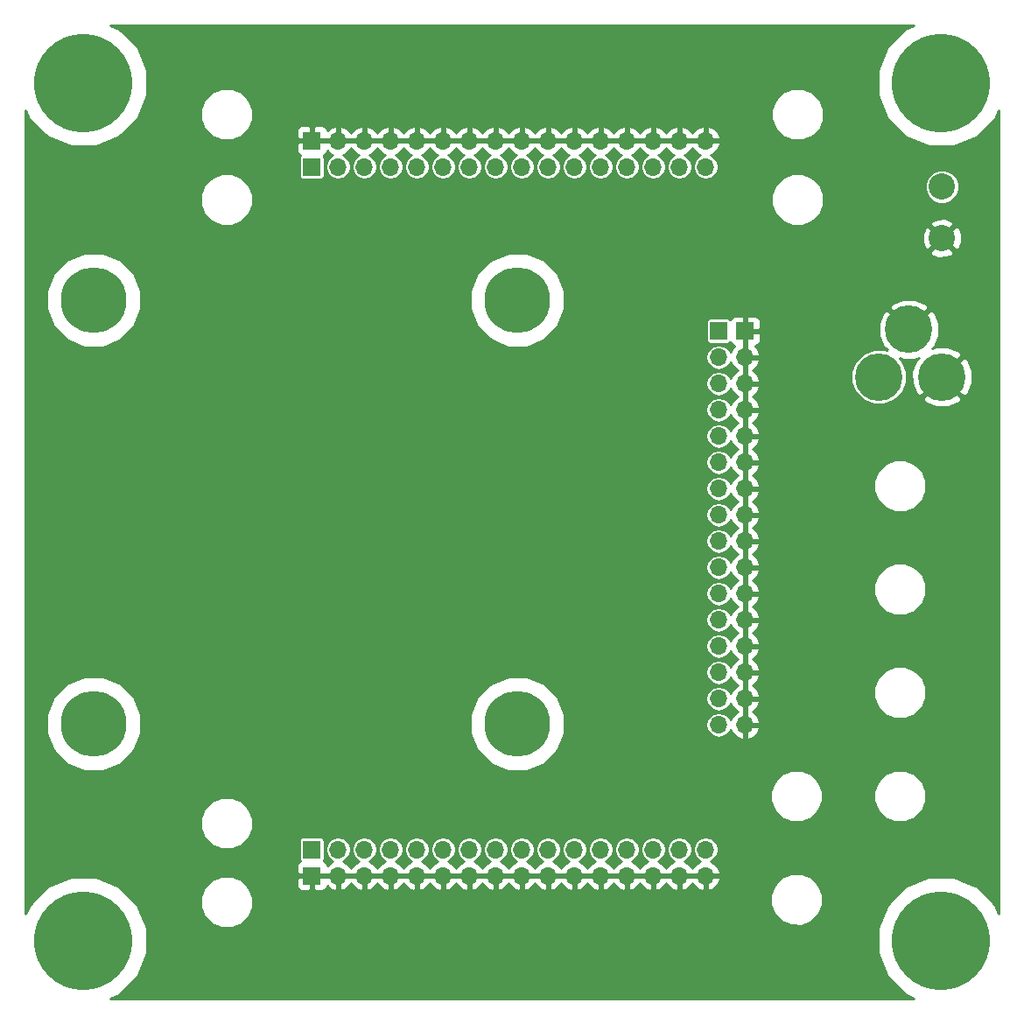
<source format=gbr>
G04 #@! TF.FileFunction,Copper,L2,Bot,Signal*
%FSLAX46Y46*%
G04 Gerber Fmt 4.6, Leading zero omitted, Abs format (unit mm)*
G04 Created by KiCad (PCBNEW (after 2015-mar-04 BZR unknown)-product) date 6/8/2017 2:28:37 PM*
%MOMM*%
G01*
G04 APERTURE LIST*
%ADD10C,0.150000*%
%ADD11C,9.525000*%
%ADD12C,6.350000*%
%ADD13R,1.700000X1.700000*%
%ADD14O,1.700000X1.700000*%
%ADD15C,2.540000*%
%ADD16C,4.600000*%
%ADD17C,0.254000*%
G04 APERTURE END LIST*
D10*
D11*
X16000000Y-16000000D03*
X99000000Y-16000000D03*
X16000000Y-99000000D03*
X99000000Y-99000000D03*
D12*
X17000000Y-37000000D03*
X58000000Y-37000000D03*
X17000000Y-78000000D03*
X58000000Y-78000000D03*
D13*
X38100000Y-24130000D03*
D14*
X40640000Y-24130000D03*
X43180000Y-24130000D03*
X45720000Y-24130000D03*
X48260000Y-24130000D03*
X50800000Y-24130000D03*
X53340000Y-24130000D03*
X55880000Y-24130000D03*
X58420000Y-24130000D03*
X60960000Y-24130000D03*
X63500000Y-24130000D03*
X66040000Y-24130000D03*
X68580000Y-24130000D03*
X71120000Y-24130000D03*
X73660000Y-24130000D03*
X76200000Y-24130000D03*
D13*
X38100000Y-21590000D03*
D14*
X40640000Y-21590000D03*
X43180000Y-21590000D03*
X45720000Y-21590000D03*
X48260000Y-21590000D03*
X50800000Y-21590000D03*
X53340000Y-21590000D03*
X55880000Y-21590000D03*
X58420000Y-21590000D03*
X60960000Y-21590000D03*
X63500000Y-21590000D03*
X66040000Y-21590000D03*
X68580000Y-21590000D03*
X71120000Y-21590000D03*
X73660000Y-21590000D03*
X76200000Y-21590000D03*
D13*
X38100000Y-90170000D03*
D14*
X40640000Y-90170000D03*
X43180000Y-90170000D03*
X45720000Y-90170000D03*
X48260000Y-90170000D03*
X50800000Y-90170000D03*
X53340000Y-90170000D03*
X55880000Y-90170000D03*
X58420000Y-90170000D03*
X60960000Y-90170000D03*
X63500000Y-90170000D03*
X66040000Y-90170000D03*
X68580000Y-90170000D03*
X71120000Y-90170000D03*
X73660000Y-90170000D03*
X76200000Y-90170000D03*
D13*
X38100000Y-92710000D03*
D14*
X40640000Y-92710000D03*
X43180000Y-92710000D03*
X45720000Y-92710000D03*
X48260000Y-92710000D03*
X50800000Y-92710000D03*
X53340000Y-92710000D03*
X55880000Y-92710000D03*
X58420000Y-92710000D03*
X60960000Y-92710000D03*
X63500000Y-92710000D03*
X66040000Y-92710000D03*
X68580000Y-92710000D03*
X71120000Y-92710000D03*
X73660000Y-92710000D03*
X76200000Y-92710000D03*
D13*
X77470000Y-40005000D03*
D14*
X77470000Y-42545000D03*
X77470000Y-45085000D03*
X77470000Y-47625000D03*
X77470000Y-50165000D03*
X77470000Y-52705000D03*
X77470000Y-55245000D03*
X77470000Y-57785000D03*
X77470000Y-60325000D03*
X77470000Y-62865000D03*
X77470000Y-65405000D03*
X77470000Y-67945000D03*
X77470000Y-70485000D03*
X77470000Y-73025000D03*
X77470000Y-75565000D03*
X77470000Y-78105000D03*
D13*
X80010000Y-40005000D03*
D14*
X80010000Y-42545000D03*
X80010000Y-45085000D03*
X80010000Y-47625000D03*
X80010000Y-50165000D03*
X80010000Y-52705000D03*
X80010000Y-55245000D03*
X80010000Y-57785000D03*
X80010000Y-60325000D03*
X80010000Y-62865000D03*
X80010000Y-65405000D03*
X80010000Y-67945000D03*
X80010000Y-70485000D03*
X80010000Y-73025000D03*
X80010000Y-75565000D03*
X80010000Y-78105000D03*
D15*
X99060000Y-26035000D03*
X99060000Y-31035000D03*
D16*
X99060000Y-44450000D03*
X92960000Y-44450000D03*
X95860000Y-39850000D03*
D17*
G36*
X104569000Y-96348473D02*
X104224815Y-95515482D01*
X102493632Y-93781275D01*
X101996843Y-93574990D01*
X101996843Y-45024464D01*
X101993127Y-43856855D01*
X101553451Y-42795383D01*
X101151553Y-42538052D01*
X100974261Y-42715344D01*
X100974261Y-31363964D01*
X100954436Y-30606368D01*
X100711286Y-30019352D01*
X100711286Y-25708037D01*
X100460466Y-25101005D01*
X99996437Y-24636166D01*
X99389845Y-24384287D01*
X98733037Y-24383714D01*
X98126005Y-24634534D01*
X97661166Y-25098563D01*
X97409287Y-25705155D01*
X97408714Y-26361963D01*
X97659534Y-26968995D01*
X98123563Y-27433834D01*
X98730155Y-27685713D01*
X99386963Y-27686286D01*
X99993995Y-27435466D01*
X100458834Y-26971437D01*
X100710713Y-26364845D01*
X100711286Y-25708037D01*
X100711286Y-30019352D01*
X100702657Y-29998520D01*
X100407777Y-29866828D01*
X100228172Y-30046433D01*
X100228172Y-29687223D01*
X100096480Y-29392343D01*
X99388964Y-29120739D01*
X98631368Y-29140564D01*
X98023520Y-29392343D01*
X97891828Y-29687223D01*
X99060000Y-30855395D01*
X100228172Y-29687223D01*
X100228172Y-30046433D01*
X99239605Y-31035000D01*
X100407777Y-32203172D01*
X100702657Y-32071480D01*
X100974261Y-31363964D01*
X100974261Y-42715344D01*
X100971948Y-42717657D01*
X100971948Y-42358447D01*
X100714617Y-41956549D01*
X100228172Y-41756868D01*
X100228172Y-32382777D01*
X99060000Y-31214605D01*
X98880395Y-31394210D01*
X98880395Y-31035000D01*
X97712223Y-29866828D01*
X97417343Y-29998520D01*
X97145739Y-30706036D01*
X97165564Y-31463632D01*
X97417343Y-32071480D01*
X97712223Y-32203172D01*
X98880395Y-31035000D01*
X98880395Y-31394210D01*
X97891828Y-32382777D01*
X98023520Y-32677657D01*
X98731036Y-32949261D01*
X99488632Y-32929436D01*
X100096480Y-32677657D01*
X100228172Y-32382777D01*
X100228172Y-41756868D01*
X99634464Y-41513157D01*
X98466855Y-41516873D01*
X98091461Y-41672365D01*
X98353451Y-41504617D01*
X98796843Y-40424464D01*
X98793127Y-39256855D01*
X98353451Y-38195383D01*
X97951553Y-37938052D01*
X97771948Y-38117657D01*
X97771948Y-37758447D01*
X97514617Y-37356549D01*
X96434464Y-36913157D01*
X95266855Y-36916873D01*
X94205383Y-37356549D01*
X93948052Y-37758447D01*
X95860000Y-39670395D01*
X97771948Y-37758447D01*
X97771948Y-38117657D01*
X96039605Y-39850000D01*
X96053747Y-39864142D01*
X95874142Y-40043747D01*
X95860000Y-40029605D01*
X95845857Y-40043747D01*
X95680395Y-39878285D01*
X95666252Y-39864142D01*
X95680395Y-39850000D01*
X93768447Y-37938052D01*
X93366549Y-38195383D01*
X92923157Y-39275536D01*
X92926873Y-40443145D01*
X93366549Y-41504617D01*
X93768445Y-41761946D01*
X93683084Y-41847307D01*
X93495623Y-41769466D01*
X92429056Y-41768536D01*
X91443319Y-42175833D01*
X90688484Y-42929353D01*
X90279466Y-43914377D01*
X90278536Y-44980944D01*
X90685833Y-45966681D01*
X91439353Y-46721516D01*
X92424377Y-47130534D01*
X93490944Y-47131464D01*
X94476681Y-46724167D01*
X95231516Y-45970647D01*
X95640534Y-44985623D01*
X95641464Y-43919056D01*
X95234167Y-42933319D01*
X94950765Y-42649423D01*
X95285536Y-42786843D01*
X96453145Y-42783127D01*
X96828538Y-42627634D01*
X96566549Y-42795383D01*
X96123157Y-43875536D01*
X96126873Y-45043145D01*
X96566549Y-46104617D01*
X96968447Y-46361948D01*
X98880395Y-44450000D01*
X98866252Y-44435857D01*
X99045857Y-44256252D01*
X99060000Y-44270395D01*
X100971948Y-42358447D01*
X100971948Y-42717657D01*
X99239605Y-44450000D01*
X101151553Y-46361948D01*
X101553451Y-46104617D01*
X101996843Y-45024464D01*
X101996843Y-93574990D01*
X100971948Y-93149416D01*
X100971948Y-46541553D01*
X99060000Y-44629605D01*
X97148052Y-46541553D01*
X97405383Y-46943451D01*
X98485536Y-47386843D01*
X99653145Y-47383127D01*
X100714617Y-46943451D01*
X100971948Y-46541553D01*
X100971948Y-93149416D01*
X100230575Y-92841571D01*
X97780175Y-92839433D01*
X97531438Y-92942209D01*
X97531438Y-84498762D01*
X97531438Y-74498762D01*
X97531438Y-64498762D01*
X97531438Y-54498762D01*
X97146928Y-53568177D01*
X96435568Y-52855574D01*
X95505656Y-52469441D01*
X94498762Y-52468562D01*
X93568177Y-52853072D01*
X92855574Y-53564432D01*
X92469441Y-54494344D01*
X92468562Y-55501238D01*
X92853072Y-56431823D01*
X93564432Y-57144426D01*
X94494344Y-57530559D01*
X95501238Y-57531438D01*
X96431823Y-57146928D01*
X97144426Y-56435568D01*
X97530559Y-55505656D01*
X97531438Y-54498762D01*
X97531438Y-64498762D01*
X97146928Y-63568177D01*
X96435568Y-62855574D01*
X95505656Y-62469441D01*
X94498762Y-62468562D01*
X93568177Y-62853072D01*
X92855574Y-63564432D01*
X92469441Y-64494344D01*
X92468562Y-65501238D01*
X92853072Y-66431823D01*
X93564432Y-67144426D01*
X94494344Y-67530559D01*
X95501238Y-67531438D01*
X96431823Y-67146928D01*
X97144426Y-66435568D01*
X97530559Y-65505656D01*
X97531438Y-64498762D01*
X97531438Y-74498762D01*
X97146928Y-73568177D01*
X96435568Y-72855574D01*
X95505656Y-72469441D01*
X94498762Y-72468562D01*
X93568177Y-72853072D01*
X92855574Y-73564432D01*
X92469441Y-74494344D01*
X92468562Y-75501238D01*
X92853072Y-76431823D01*
X93564432Y-77144426D01*
X94494344Y-77530559D01*
X95501238Y-77531438D01*
X96431823Y-77146928D01*
X97144426Y-76435568D01*
X97530559Y-75505656D01*
X97531438Y-74498762D01*
X97531438Y-84498762D01*
X97146928Y-83568177D01*
X96435568Y-82855574D01*
X95505656Y-82469441D01*
X94498762Y-82468562D01*
X93568177Y-82853072D01*
X92855574Y-83564432D01*
X92469441Y-84494344D01*
X92468562Y-85501238D01*
X92853072Y-86431823D01*
X93564432Y-87144426D01*
X94494344Y-87530559D01*
X95501238Y-87531438D01*
X96431823Y-87146928D01*
X97144426Y-86435568D01*
X97530559Y-85505656D01*
X97531438Y-84498762D01*
X97531438Y-92942209D01*
X95515482Y-93775185D01*
X93781275Y-95506368D01*
X92841571Y-97769425D01*
X92839433Y-100219825D01*
X93775185Y-102484518D01*
X95506368Y-104218725D01*
X96349923Y-104569000D01*
X87621438Y-104569000D01*
X87621438Y-26803762D01*
X87621438Y-18548762D01*
X87236928Y-17618177D01*
X86525568Y-16905574D01*
X85595656Y-16519441D01*
X84588762Y-16518562D01*
X83658177Y-16903072D01*
X82945574Y-17614432D01*
X82559441Y-18544344D01*
X82558562Y-19551238D01*
X82943072Y-20481823D01*
X83654432Y-21194426D01*
X84584344Y-21580559D01*
X85591238Y-21581438D01*
X86521823Y-21196928D01*
X87234426Y-20485568D01*
X87620559Y-19555656D01*
X87621438Y-18548762D01*
X87621438Y-26803762D01*
X87236928Y-25873177D01*
X86525568Y-25160574D01*
X85595656Y-24774441D01*
X84588762Y-24773562D01*
X83658177Y-25158072D01*
X82945574Y-25869432D01*
X82559441Y-26799344D01*
X82558562Y-27806238D01*
X82943072Y-28736823D01*
X83654432Y-29449426D01*
X84584344Y-29835559D01*
X85591238Y-29836438D01*
X86521823Y-29451928D01*
X87234426Y-28740568D01*
X87620559Y-27810656D01*
X87621438Y-26803762D01*
X87621438Y-104569000D01*
X87531438Y-104569000D01*
X87531438Y-94498762D01*
X87531438Y-84498762D01*
X87146928Y-83568177D01*
X86435568Y-82855574D01*
X85505656Y-82469441D01*
X84498762Y-82468562D01*
X83568177Y-82853072D01*
X82855574Y-83564432D01*
X82469441Y-84494344D01*
X82468562Y-85501238D01*
X82853072Y-86431823D01*
X83564432Y-87144426D01*
X84494344Y-87530559D01*
X85501238Y-87531438D01*
X86431823Y-87146928D01*
X87144426Y-86435568D01*
X87530559Y-85505656D01*
X87531438Y-84498762D01*
X87531438Y-94498762D01*
X87146928Y-93568177D01*
X86435568Y-92855574D01*
X85505656Y-92469441D01*
X84498762Y-92468562D01*
X83568177Y-92853072D01*
X82855574Y-93564432D01*
X82469441Y-94494344D01*
X82468562Y-95501238D01*
X82853072Y-96431823D01*
X83564432Y-97144426D01*
X84494344Y-97530559D01*
X85501238Y-97531438D01*
X86431823Y-97146928D01*
X87144426Y-96435568D01*
X87530559Y-95505656D01*
X87531438Y-94498762D01*
X87531438Y-104569000D01*
X81495000Y-104569000D01*
X81495000Y-40981310D01*
X81495000Y-40728691D01*
X81495000Y-40290750D01*
X81495000Y-39719250D01*
X81495000Y-39281309D01*
X81495000Y-39028690D01*
X81398327Y-38795301D01*
X81219698Y-38616673D01*
X80986309Y-38520000D01*
X80295750Y-38520000D01*
X80137000Y-38678750D01*
X80137000Y-39878000D01*
X81336250Y-39878000D01*
X81495000Y-39719250D01*
X81495000Y-40290750D01*
X81336250Y-40132000D01*
X80137000Y-40132000D01*
X80137000Y-41224181D01*
X80137000Y-41331250D01*
X80137000Y-42418000D01*
X81330155Y-42418000D01*
X81451476Y-42188110D01*
X81281645Y-41778076D01*
X81010122Y-41480136D01*
X81219698Y-41393327D01*
X81398327Y-41214699D01*
X81495000Y-40981310D01*
X81495000Y-104569000D01*
X81451476Y-104569000D01*
X81451476Y-78461890D01*
X81451476Y-77748110D01*
X81281645Y-77338076D01*
X80891358Y-76909817D01*
X80732046Y-76835000D01*
X80891358Y-76760183D01*
X81281645Y-76331924D01*
X81451476Y-75921890D01*
X81451476Y-75208110D01*
X81281645Y-74798076D01*
X80891358Y-74369817D01*
X80732046Y-74295000D01*
X80891358Y-74220183D01*
X81281645Y-73791924D01*
X81451476Y-73381890D01*
X81451476Y-72668110D01*
X81281645Y-72258076D01*
X80891358Y-71829817D01*
X80732046Y-71755000D01*
X80891358Y-71680183D01*
X81281645Y-71251924D01*
X81451476Y-70841890D01*
X81451476Y-70128110D01*
X81281645Y-69718076D01*
X80891358Y-69289817D01*
X80732046Y-69215000D01*
X80891358Y-69140183D01*
X81281645Y-68711924D01*
X81451476Y-68301890D01*
X81451476Y-67588110D01*
X81281645Y-67178076D01*
X80891358Y-66749817D01*
X80732046Y-66675000D01*
X80891358Y-66600183D01*
X81281645Y-66171924D01*
X81451476Y-65761890D01*
X81451476Y-65048110D01*
X81281645Y-64638076D01*
X80891358Y-64209817D01*
X80732046Y-64135000D01*
X80891358Y-64060183D01*
X81281645Y-63631924D01*
X81451476Y-63221890D01*
X81451476Y-62508110D01*
X81281645Y-62098076D01*
X80891358Y-61669817D01*
X80732046Y-61595000D01*
X80891358Y-61520183D01*
X81281645Y-61091924D01*
X81451476Y-60681890D01*
X81451476Y-59968110D01*
X81281645Y-59558076D01*
X80891358Y-59129817D01*
X80732046Y-59055000D01*
X80891358Y-58980183D01*
X81281645Y-58551924D01*
X81451476Y-58141890D01*
X81451476Y-57428110D01*
X81281645Y-57018076D01*
X80891358Y-56589817D01*
X80732046Y-56515000D01*
X80891358Y-56440183D01*
X81281645Y-56011924D01*
X81451476Y-55601890D01*
X81451476Y-54888110D01*
X81281645Y-54478076D01*
X80891358Y-54049817D01*
X80732046Y-53975000D01*
X80891358Y-53900183D01*
X81281645Y-53471924D01*
X81451476Y-53061890D01*
X81451476Y-52348110D01*
X81281645Y-51938076D01*
X80891358Y-51509817D01*
X80732046Y-51435000D01*
X80891358Y-51360183D01*
X81281645Y-50931924D01*
X81451476Y-50521890D01*
X81451476Y-49808110D01*
X81281645Y-49398076D01*
X80891358Y-48969817D01*
X80732046Y-48895000D01*
X80891358Y-48820183D01*
X81281645Y-48391924D01*
X81451476Y-47981890D01*
X81451476Y-47268110D01*
X81281645Y-46858076D01*
X80891358Y-46429817D01*
X80732046Y-46355000D01*
X80891358Y-46280183D01*
X81281645Y-45851924D01*
X81451476Y-45441890D01*
X81451476Y-44728110D01*
X81281645Y-44318076D01*
X80891358Y-43889817D01*
X80732046Y-43815000D01*
X80891358Y-43740183D01*
X81281645Y-43311924D01*
X81451476Y-42901890D01*
X81330155Y-42672000D01*
X80137000Y-42672000D01*
X80137000Y-43764181D01*
X80137000Y-43865819D01*
X80137000Y-44958000D01*
X81330155Y-44958000D01*
X81451476Y-44728110D01*
X81451476Y-45441890D01*
X81330155Y-45212000D01*
X80137000Y-45212000D01*
X80137000Y-46304181D01*
X80137000Y-46405819D01*
X80137000Y-47498000D01*
X81330155Y-47498000D01*
X81451476Y-47268110D01*
X81451476Y-47981890D01*
X81330155Y-47752000D01*
X80137000Y-47752000D01*
X80137000Y-48844181D01*
X80137000Y-48945819D01*
X80137000Y-50038000D01*
X81330155Y-50038000D01*
X81451476Y-49808110D01*
X81451476Y-50521890D01*
X81330155Y-50292000D01*
X80137000Y-50292000D01*
X80137000Y-51384181D01*
X80137000Y-51485819D01*
X80137000Y-52578000D01*
X81330155Y-52578000D01*
X81451476Y-52348110D01*
X81451476Y-53061890D01*
X81330155Y-52832000D01*
X80137000Y-52832000D01*
X80137000Y-53924181D01*
X80137000Y-54025819D01*
X80137000Y-55118000D01*
X81330155Y-55118000D01*
X81451476Y-54888110D01*
X81451476Y-55601890D01*
X81330155Y-55372000D01*
X80137000Y-55372000D01*
X80137000Y-56464181D01*
X80137000Y-56565819D01*
X80137000Y-57658000D01*
X81330155Y-57658000D01*
X81451476Y-57428110D01*
X81451476Y-58141890D01*
X81330155Y-57912000D01*
X80137000Y-57912000D01*
X80137000Y-59004181D01*
X80137000Y-59105819D01*
X80137000Y-60198000D01*
X81330155Y-60198000D01*
X81451476Y-59968110D01*
X81451476Y-60681890D01*
X81330155Y-60452000D01*
X80137000Y-60452000D01*
X80137000Y-61544181D01*
X80137000Y-61645819D01*
X80137000Y-62738000D01*
X81330155Y-62738000D01*
X81451476Y-62508110D01*
X81451476Y-63221890D01*
X81330155Y-62992000D01*
X80137000Y-62992000D01*
X80137000Y-64084181D01*
X80137000Y-64185819D01*
X80137000Y-65278000D01*
X81330155Y-65278000D01*
X81451476Y-65048110D01*
X81451476Y-65761890D01*
X81330155Y-65532000D01*
X80137000Y-65532000D01*
X80137000Y-66624181D01*
X80137000Y-66725819D01*
X80137000Y-67818000D01*
X81330155Y-67818000D01*
X81451476Y-67588110D01*
X81451476Y-68301890D01*
X81330155Y-68072000D01*
X80137000Y-68072000D01*
X80137000Y-69164181D01*
X80137000Y-69265819D01*
X80137000Y-70358000D01*
X81330155Y-70358000D01*
X81451476Y-70128110D01*
X81451476Y-70841890D01*
X81330155Y-70612000D01*
X80137000Y-70612000D01*
X80137000Y-71704181D01*
X80137000Y-71805819D01*
X80137000Y-72898000D01*
X81330155Y-72898000D01*
X81451476Y-72668110D01*
X81451476Y-73381890D01*
X81330155Y-73152000D01*
X80137000Y-73152000D01*
X80137000Y-74244181D01*
X80137000Y-74345819D01*
X80137000Y-75438000D01*
X81330155Y-75438000D01*
X81451476Y-75208110D01*
X81451476Y-75921890D01*
X81330155Y-75692000D01*
X80137000Y-75692000D01*
X80137000Y-76784181D01*
X80137000Y-76885819D01*
X80137000Y-77978000D01*
X81330155Y-77978000D01*
X81451476Y-77748110D01*
X81451476Y-78461890D01*
X81330155Y-78232000D01*
X80137000Y-78232000D01*
X80137000Y-79425819D01*
X80366892Y-79546486D01*
X80891358Y-79300183D01*
X81281645Y-78871924D01*
X81451476Y-78461890D01*
X81451476Y-104569000D01*
X79883000Y-104569000D01*
X79883000Y-79425819D01*
X79883000Y-78232000D01*
X79863000Y-78232000D01*
X79863000Y-77978000D01*
X79883000Y-77978000D01*
X79883000Y-76885819D01*
X79883000Y-76784181D01*
X79883000Y-75692000D01*
X79863000Y-75692000D01*
X79863000Y-75438000D01*
X79883000Y-75438000D01*
X79883000Y-74345819D01*
X79883000Y-74244181D01*
X79883000Y-73152000D01*
X79863000Y-73152000D01*
X79863000Y-72898000D01*
X79883000Y-72898000D01*
X79883000Y-71805819D01*
X79883000Y-71704181D01*
X79883000Y-70612000D01*
X79863000Y-70612000D01*
X79863000Y-70358000D01*
X79883000Y-70358000D01*
X79883000Y-69265819D01*
X79883000Y-69164181D01*
X79883000Y-68072000D01*
X79863000Y-68072000D01*
X79863000Y-67818000D01*
X79883000Y-67818000D01*
X79883000Y-66725819D01*
X79883000Y-66624181D01*
X79883000Y-65532000D01*
X79863000Y-65532000D01*
X79863000Y-65278000D01*
X79883000Y-65278000D01*
X79883000Y-64185819D01*
X79883000Y-64084181D01*
X79883000Y-62992000D01*
X79863000Y-62992000D01*
X79863000Y-62738000D01*
X79883000Y-62738000D01*
X79883000Y-61645819D01*
X79883000Y-61544181D01*
X79883000Y-60452000D01*
X79863000Y-60452000D01*
X79863000Y-60198000D01*
X79883000Y-60198000D01*
X79883000Y-59105819D01*
X79883000Y-59004181D01*
X79883000Y-57912000D01*
X79863000Y-57912000D01*
X79863000Y-57658000D01*
X79883000Y-57658000D01*
X79883000Y-56565819D01*
X79883000Y-56464181D01*
X79883000Y-55372000D01*
X79863000Y-55372000D01*
X79863000Y-55118000D01*
X79883000Y-55118000D01*
X79883000Y-54025819D01*
X79883000Y-53924181D01*
X79883000Y-52832000D01*
X79863000Y-52832000D01*
X79863000Y-52578000D01*
X79883000Y-52578000D01*
X79883000Y-51485819D01*
X79883000Y-51384181D01*
X79883000Y-50292000D01*
X79863000Y-50292000D01*
X79863000Y-50038000D01*
X79883000Y-50038000D01*
X79883000Y-48945819D01*
X79883000Y-48844181D01*
X79883000Y-47752000D01*
X79863000Y-47752000D01*
X79863000Y-47498000D01*
X79883000Y-47498000D01*
X79883000Y-46405819D01*
X79883000Y-46304181D01*
X79883000Y-45212000D01*
X79863000Y-45212000D01*
X79863000Y-44958000D01*
X79883000Y-44958000D01*
X79883000Y-43865819D01*
X79883000Y-43764181D01*
X79883000Y-42672000D01*
X79863000Y-42672000D01*
X79863000Y-42418000D01*
X79883000Y-42418000D01*
X79883000Y-41331250D01*
X79883000Y-41224181D01*
X79883000Y-40132000D01*
X79863000Y-40132000D01*
X79863000Y-39878000D01*
X79883000Y-39878000D01*
X79883000Y-38678750D01*
X79724250Y-38520000D01*
X79033691Y-38520000D01*
X78800302Y-38616673D01*
X78621673Y-38795301D01*
X78588072Y-38876420D01*
X78469784Y-38796574D01*
X78320000Y-38766536D01*
X77641486Y-38766536D01*
X77641486Y-21946892D01*
X77641486Y-21233108D01*
X77395183Y-20708642D01*
X76966924Y-20318355D01*
X76556890Y-20148524D01*
X76327000Y-20269845D01*
X76327000Y-21463000D01*
X77520819Y-21463000D01*
X77641486Y-21233108D01*
X77641486Y-21946892D01*
X77520819Y-21717000D01*
X76327000Y-21717000D01*
X76327000Y-21737000D01*
X76073000Y-21737000D01*
X76073000Y-21717000D01*
X76073000Y-21463000D01*
X76073000Y-20269845D01*
X75843110Y-20148524D01*
X75433076Y-20318355D01*
X75004817Y-20708642D01*
X74930000Y-20867953D01*
X74855183Y-20708642D01*
X74426924Y-20318355D01*
X74016890Y-20148524D01*
X73787000Y-20269845D01*
X73787000Y-21463000D01*
X74879181Y-21463000D01*
X74980819Y-21463000D01*
X76073000Y-21463000D01*
X76073000Y-21717000D01*
X74980819Y-21717000D01*
X74879181Y-21717000D01*
X73787000Y-21717000D01*
X73787000Y-21737000D01*
X73533000Y-21737000D01*
X73533000Y-21717000D01*
X73533000Y-21463000D01*
X73533000Y-20269845D01*
X73303110Y-20148524D01*
X72893076Y-20318355D01*
X72464817Y-20708642D01*
X72390000Y-20867953D01*
X72315183Y-20708642D01*
X71886924Y-20318355D01*
X71476890Y-20148524D01*
X71247000Y-20269845D01*
X71247000Y-21463000D01*
X72339181Y-21463000D01*
X72440819Y-21463000D01*
X73533000Y-21463000D01*
X73533000Y-21717000D01*
X72440819Y-21717000D01*
X72339181Y-21717000D01*
X71247000Y-21717000D01*
X71247000Y-21737000D01*
X70993000Y-21737000D01*
X70993000Y-21717000D01*
X70993000Y-21463000D01*
X70993000Y-20269845D01*
X70763110Y-20148524D01*
X70353076Y-20318355D01*
X69924817Y-20708642D01*
X69850000Y-20867953D01*
X69775183Y-20708642D01*
X69346924Y-20318355D01*
X68936890Y-20148524D01*
X68707000Y-20269845D01*
X68707000Y-21463000D01*
X69799181Y-21463000D01*
X69900819Y-21463000D01*
X70993000Y-21463000D01*
X70993000Y-21717000D01*
X69900819Y-21717000D01*
X69799181Y-21717000D01*
X68707000Y-21717000D01*
X68707000Y-21737000D01*
X68453000Y-21737000D01*
X68453000Y-21717000D01*
X68453000Y-21463000D01*
X68453000Y-20269845D01*
X68223110Y-20148524D01*
X67813076Y-20318355D01*
X67384817Y-20708642D01*
X67310000Y-20867953D01*
X67235183Y-20708642D01*
X66806924Y-20318355D01*
X66396890Y-20148524D01*
X66167000Y-20269845D01*
X66167000Y-21463000D01*
X67259181Y-21463000D01*
X67360819Y-21463000D01*
X68453000Y-21463000D01*
X68453000Y-21717000D01*
X67360819Y-21717000D01*
X67259181Y-21717000D01*
X66167000Y-21717000D01*
X66167000Y-21737000D01*
X65913000Y-21737000D01*
X65913000Y-21717000D01*
X65913000Y-21463000D01*
X65913000Y-20269845D01*
X65683110Y-20148524D01*
X65273076Y-20318355D01*
X64844817Y-20708642D01*
X64770000Y-20867953D01*
X64695183Y-20708642D01*
X64266924Y-20318355D01*
X63856890Y-20148524D01*
X63627000Y-20269845D01*
X63627000Y-21463000D01*
X64719181Y-21463000D01*
X64820819Y-21463000D01*
X65913000Y-21463000D01*
X65913000Y-21717000D01*
X64820819Y-21717000D01*
X64719181Y-21717000D01*
X63627000Y-21717000D01*
X63627000Y-21737000D01*
X63373000Y-21737000D01*
X63373000Y-21717000D01*
X63373000Y-21463000D01*
X63373000Y-20269845D01*
X63143110Y-20148524D01*
X62733076Y-20318355D01*
X62304817Y-20708642D01*
X62230000Y-20867953D01*
X62155183Y-20708642D01*
X61726924Y-20318355D01*
X61316890Y-20148524D01*
X61087000Y-20269845D01*
X61087000Y-21463000D01*
X62179181Y-21463000D01*
X62280819Y-21463000D01*
X63373000Y-21463000D01*
X63373000Y-21717000D01*
X62280819Y-21717000D01*
X62179181Y-21717000D01*
X61087000Y-21717000D01*
X61087000Y-21737000D01*
X60833000Y-21737000D01*
X60833000Y-21717000D01*
X60833000Y-21463000D01*
X60833000Y-20269845D01*
X60603110Y-20148524D01*
X60193076Y-20318355D01*
X59764817Y-20708642D01*
X59690000Y-20867953D01*
X59615183Y-20708642D01*
X59186924Y-20318355D01*
X58776890Y-20148524D01*
X58547000Y-20269845D01*
X58547000Y-21463000D01*
X59639181Y-21463000D01*
X59740819Y-21463000D01*
X60833000Y-21463000D01*
X60833000Y-21717000D01*
X59740819Y-21717000D01*
X59639181Y-21717000D01*
X58547000Y-21717000D01*
X58547000Y-21737000D01*
X58293000Y-21737000D01*
X58293000Y-21717000D01*
X58293000Y-21463000D01*
X58293000Y-20269845D01*
X58063110Y-20148524D01*
X57653076Y-20318355D01*
X57224817Y-20708642D01*
X57150000Y-20867953D01*
X57075183Y-20708642D01*
X56646924Y-20318355D01*
X56236890Y-20148524D01*
X56007000Y-20269845D01*
X56007000Y-21463000D01*
X57099181Y-21463000D01*
X57200819Y-21463000D01*
X58293000Y-21463000D01*
X58293000Y-21717000D01*
X57200819Y-21717000D01*
X57099181Y-21717000D01*
X56007000Y-21717000D01*
X56007000Y-21737000D01*
X55753000Y-21737000D01*
X55753000Y-21717000D01*
X55753000Y-21463000D01*
X55753000Y-20269845D01*
X55523110Y-20148524D01*
X55113076Y-20318355D01*
X54684817Y-20708642D01*
X54610000Y-20867953D01*
X54535183Y-20708642D01*
X54106924Y-20318355D01*
X53696890Y-20148524D01*
X53467000Y-20269845D01*
X53467000Y-21463000D01*
X54559181Y-21463000D01*
X54660819Y-21463000D01*
X55753000Y-21463000D01*
X55753000Y-21717000D01*
X54660819Y-21717000D01*
X54559181Y-21717000D01*
X53467000Y-21717000D01*
X53467000Y-21737000D01*
X53213000Y-21737000D01*
X53213000Y-21717000D01*
X53213000Y-21463000D01*
X53213000Y-20269845D01*
X52983110Y-20148524D01*
X52573076Y-20318355D01*
X52144817Y-20708642D01*
X52070000Y-20867953D01*
X51995183Y-20708642D01*
X51566924Y-20318355D01*
X51156890Y-20148524D01*
X50927000Y-20269845D01*
X50927000Y-21463000D01*
X52019181Y-21463000D01*
X52120819Y-21463000D01*
X53213000Y-21463000D01*
X53213000Y-21717000D01*
X52120819Y-21717000D01*
X52019181Y-21717000D01*
X50927000Y-21717000D01*
X50927000Y-21737000D01*
X50673000Y-21737000D01*
X50673000Y-21717000D01*
X50673000Y-21463000D01*
X50673000Y-20269845D01*
X50443110Y-20148524D01*
X50033076Y-20318355D01*
X49604817Y-20708642D01*
X49530000Y-20867953D01*
X49455183Y-20708642D01*
X49026924Y-20318355D01*
X48616890Y-20148524D01*
X48387000Y-20269845D01*
X48387000Y-21463000D01*
X49479181Y-21463000D01*
X49580819Y-21463000D01*
X50673000Y-21463000D01*
X50673000Y-21717000D01*
X49580819Y-21717000D01*
X49479181Y-21717000D01*
X48387000Y-21717000D01*
X48387000Y-21737000D01*
X48133000Y-21737000D01*
X48133000Y-21717000D01*
X48133000Y-21463000D01*
X48133000Y-20269845D01*
X47903110Y-20148524D01*
X47493076Y-20318355D01*
X47064817Y-20708642D01*
X46990000Y-20867953D01*
X46915183Y-20708642D01*
X46486924Y-20318355D01*
X46076890Y-20148524D01*
X45847000Y-20269845D01*
X45847000Y-21463000D01*
X46939181Y-21463000D01*
X47040819Y-21463000D01*
X48133000Y-21463000D01*
X48133000Y-21717000D01*
X47040819Y-21717000D01*
X46939181Y-21717000D01*
X45847000Y-21717000D01*
X45847000Y-21737000D01*
X45593000Y-21737000D01*
X45593000Y-21717000D01*
X45593000Y-21463000D01*
X45593000Y-20269845D01*
X45363110Y-20148524D01*
X44953076Y-20318355D01*
X44524817Y-20708642D01*
X44450000Y-20867953D01*
X44375183Y-20708642D01*
X43946924Y-20318355D01*
X43536890Y-20148524D01*
X43307000Y-20269845D01*
X43307000Y-21463000D01*
X44399181Y-21463000D01*
X44500819Y-21463000D01*
X45593000Y-21463000D01*
X45593000Y-21717000D01*
X44500819Y-21717000D01*
X44399181Y-21717000D01*
X43307000Y-21717000D01*
X43307000Y-21737000D01*
X43053000Y-21737000D01*
X43053000Y-21717000D01*
X43053000Y-21463000D01*
X43053000Y-20269845D01*
X42823110Y-20148524D01*
X42413076Y-20318355D01*
X41984817Y-20708642D01*
X41910000Y-20867953D01*
X41835183Y-20708642D01*
X41406924Y-20318355D01*
X40996890Y-20148524D01*
X40767000Y-20269845D01*
X40767000Y-21463000D01*
X41859181Y-21463000D01*
X41960819Y-21463000D01*
X43053000Y-21463000D01*
X43053000Y-21717000D01*
X41960819Y-21717000D01*
X41859181Y-21717000D01*
X40767000Y-21717000D01*
X40767000Y-21737000D01*
X40513000Y-21737000D01*
X40513000Y-21717000D01*
X40513000Y-21463000D01*
X40513000Y-20269845D01*
X40283110Y-20148524D01*
X39873076Y-20318355D01*
X39575136Y-20589877D01*
X39488327Y-20380302D01*
X39309699Y-20201673D01*
X39076310Y-20105000D01*
X38823691Y-20105000D01*
X38385750Y-20105000D01*
X38227000Y-20263750D01*
X38227000Y-21463000D01*
X39319181Y-21463000D01*
X39426250Y-21463000D01*
X40513000Y-21463000D01*
X40513000Y-21717000D01*
X39426250Y-21717000D01*
X39319181Y-21717000D01*
X38227000Y-21717000D01*
X38227000Y-21737000D01*
X37973000Y-21737000D01*
X37973000Y-21717000D01*
X37973000Y-21463000D01*
X37973000Y-20263750D01*
X37814250Y-20105000D01*
X37376309Y-20105000D01*
X37123690Y-20105000D01*
X36890301Y-20201673D01*
X36711673Y-20380302D01*
X36615000Y-20613691D01*
X36615000Y-21304250D01*
X36773750Y-21463000D01*
X37973000Y-21463000D01*
X37973000Y-21717000D01*
X36773750Y-21717000D01*
X36615000Y-21875750D01*
X36615000Y-22566309D01*
X36711673Y-22799698D01*
X36890301Y-22978327D01*
X36971420Y-23011927D01*
X36891574Y-23130216D01*
X36861536Y-23280000D01*
X36861536Y-24980000D01*
X36889722Y-25125274D01*
X36973596Y-25252956D01*
X37100216Y-25338426D01*
X37250000Y-25368464D01*
X38950000Y-25368464D01*
X39095274Y-25340278D01*
X39222956Y-25256404D01*
X39308426Y-25129784D01*
X39338464Y-24980000D01*
X39338464Y-23280000D01*
X39310278Y-23134726D01*
X39229391Y-23011591D01*
X39309699Y-22978327D01*
X39488327Y-22799698D01*
X39575136Y-22590122D01*
X39873076Y-22861645D01*
X40154511Y-22978212D01*
X39769552Y-23235435D01*
X39502704Y-23634800D01*
X39409000Y-24105883D01*
X39409000Y-24154117D01*
X39502704Y-24625200D01*
X39769552Y-25024565D01*
X40168917Y-25291413D01*
X40640000Y-25385117D01*
X41111083Y-25291413D01*
X41510448Y-25024565D01*
X41777296Y-24625200D01*
X41871000Y-24154117D01*
X41871000Y-24105883D01*
X41777296Y-23634800D01*
X41510448Y-23235435D01*
X41125488Y-22978212D01*
X41406924Y-22861645D01*
X41835183Y-22471358D01*
X41910000Y-22312046D01*
X41984817Y-22471358D01*
X42413076Y-22861645D01*
X42694511Y-22978212D01*
X42309552Y-23235435D01*
X42042704Y-23634800D01*
X41949000Y-24105883D01*
X41949000Y-24154117D01*
X42042704Y-24625200D01*
X42309552Y-25024565D01*
X42708917Y-25291413D01*
X43180000Y-25385117D01*
X43651083Y-25291413D01*
X44050448Y-25024565D01*
X44317296Y-24625200D01*
X44411000Y-24154117D01*
X44411000Y-24105883D01*
X44317296Y-23634800D01*
X44050448Y-23235435D01*
X43665488Y-22978212D01*
X43946924Y-22861645D01*
X44375183Y-22471358D01*
X44450000Y-22312046D01*
X44524817Y-22471358D01*
X44953076Y-22861645D01*
X45234511Y-22978212D01*
X44849552Y-23235435D01*
X44582704Y-23634800D01*
X44489000Y-24105883D01*
X44489000Y-24154117D01*
X44582704Y-24625200D01*
X44849552Y-25024565D01*
X45248917Y-25291413D01*
X45720000Y-25385117D01*
X46191083Y-25291413D01*
X46590448Y-25024565D01*
X46857296Y-24625200D01*
X46951000Y-24154117D01*
X46951000Y-24105883D01*
X46857296Y-23634800D01*
X46590448Y-23235435D01*
X46205488Y-22978212D01*
X46486924Y-22861645D01*
X46915183Y-22471358D01*
X46990000Y-22312046D01*
X47064817Y-22471358D01*
X47493076Y-22861645D01*
X47774511Y-22978212D01*
X47389552Y-23235435D01*
X47122704Y-23634800D01*
X47029000Y-24105883D01*
X47029000Y-24154117D01*
X47122704Y-24625200D01*
X47389552Y-25024565D01*
X47788917Y-25291413D01*
X48260000Y-25385117D01*
X48731083Y-25291413D01*
X49130448Y-25024565D01*
X49397296Y-24625200D01*
X49491000Y-24154117D01*
X49491000Y-24105883D01*
X49397296Y-23634800D01*
X49130448Y-23235435D01*
X48745488Y-22978212D01*
X49026924Y-22861645D01*
X49455183Y-22471358D01*
X49530000Y-22312046D01*
X49604817Y-22471358D01*
X50033076Y-22861645D01*
X50314511Y-22978212D01*
X49929552Y-23235435D01*
X49662704Y-23634800D01*
X49569000Y-24105883D01*
X49569000Y-24154117D01*
X49662704Y-24625200D01*
X49929552Y-25024565D01*
X50328917Y-25291413D01*
X50800000Y-25385117D01*
X51271083Y-25291413D01*
X51670448Y-25024565D01*
X51937296Y-24625200D01*
X52031000Y-24154117D01*
X52031000Y-24105883D01*
X51937296Y-23634800D01*
X51670448Y-23235435D01*
X51285488Y-22978212D01*
X51566924Y-22861645D01*
X51995183Y-22471358D01*
X52070000Y-22312046D01*
X52144817Y-22471358D01*
X52573076Y-22861645D01*
X52854511Y-22978212D01*
X52469552Y-23235435D01*
X52202704Y-23634800D01*
X52109000Y-24105883D01*
X52109000Y-24154117D01*
X52202704Y-24625200D01*
X52469552Y-25024565D01*
X52868917Y-25291413D01*
X53340000Y-25385117D01*
X53811083Y-25291413D01*
X54210448Y-25024565D01*
X54477296Y-24625200D01*
X54571000Y-24154117D01*
X54571000Y-24105883D01*
X54477296Y-23634800D01*
X54210448Y-23235435D01*
X53825488Y-22978212D01*
X54106924Y-22861645D01*
X54535183Y-22471358D01*
X54610000Y-22312046D01*
X54684817Y-22471358D01*
X55113076Y-22861645D01*
X55394511Y-22978212D01*
X55009552Y-23235435D01*
X54742704Y-23634800D01*
X54649000Y-24105883D01*
X54649000Y-24154117D01*
X54742704Y-24625200D01*
X55009552Y-25024565D01*
X55408917Y-25291413D01*
X55880000Y-25385117D01*
X56351083Y-25291413D01*
X56750448Y-25024565D01*
X57017296Y-24625200D01*
X57111000Y-24154117D01*
X57111000Y-24105883D01*
X57017296Y-23634800D01*
X56750448Y-23235435D01*
X56365488Y-22978212D01*
X56646924Y-22861645D01*
X57075183Y-22471358D01*
X57150000Y-22312046D01*
X57224817Y-22471358D01*
X57653076Y-22861645D01*
X57934511Y-22978212D01*
X57549552Y-23235435D01*
X57282704Y-23634800D01*
X57189000Y-24105883D01*
X57189000Y-24154117D01*
X57282704Y-24625200D01*
X57549552Y-25024565D01*
X57948917Y-25291413D01*
X58420000Y-25385117D01*
X58891083Y-25291413D01*
X59290448Y-25024565D01*
X59557296Y-24625200D01*
X59651000Y-24154117D01*
X59651000Y-24105883D01*
X59557296Y-23634800D01*
X59290448Y-23235435D01*
X58905488Y-22978212D01*
X59186924Y-22861645D01*
X59615183Y-22471358D01*
X59690000Y-22312046D01*
X59764817Y-22471358D01*
X60193076Y-22861645D01*
X60474511Y-22978212D01*
X60089552Y-23235435D01*
X59822704Y-23634800D01*
X59729000Y-24105883D01*
X59729000Y-24154117D01*
X59822704Y-24625200D01*
X60089552Y-25024565D01*
X60488917Y-25291413D01*
X60960000Y-25385117D01*
X61431083Y-25291413D01*
X61830448Y-25024565D01*
X62097296Y-24625200D01*
X62191000Y-24154117D01*
X62191000Y-24105883D01*
X62097296Y-23634800D01*
X61830448Y-23235435D01*
X61445488Y-22978212D01*
X61726924Y-22861645D01*
X62155183Y-22471358D01*
X62230000Y-22312046D01*
X62304817Y-22471358D01*
X62733076Y-22861645D01*
X63014511Y-22978212D01*
X62629552Y-23235435D01*
X62362704Y-23634800D01*
X62269000Y-24105883D01*
X62269000Y-24154117D01*
X62362704Y-24625200D01*
X62629552Y-25024565D01*
X63028917Y-25291413D01*
X63500000Y-25385117D01*
X63971083Y-25291413D01*
X64370448Y-25024565D01*
X64637296Y-24625200D01*
X64731000Y-24154117D01*
X64731000Y-24105883D01*
X64637296Y-23634800D01*
X64370448Y-23235435D01*
X63985488Y-22978212D01*
X64266924Y-22861645D01*
X64695183Y-22471358D01*
X64770000Y-22312046D01*
X64844817Y-22471358D01*
X65273076Y-22861645D01*
X65554511Y-22978212D01*
X65169552Y-23235435D01*
X64902704Y-23634800D01*
X64809000Y-24105883D01*
X64809000Y-24154117D01*
X64902704Y-24625200D01*
X65169552Y-25024565D01*
X65568917Y-25291413D01*
X66040000Y-25385117D01*
X66511083Y-25291413D01*
X66910448Y-25024565D01*
X67177296Y-24625200D01*
X67271000Y-24154117D01*
X67271000Y-24105883D01*
X67177296Y-23634800D01*
X66910448Y-23235435D01*
X66525488Y-22978212D01*
X66806924Y-22861645D01*
X67235183Y-22471358D01*
X67310000Y-22312046D01*
X67384817Y-22471358D01*
X67813076Y-22861645D01*
X68094511Y-22978212D01*
X67709552Y-23235435D01*
X67442704Y-23634800D01*
X67349000Y-24105883D01*
X67349000Y-24154117D01*
X67442704Y-24625200D01*
X67709552Y-25024565D01*
X68108917Y-25291413D01*
X68580000Y-25385117D01*
X69051083Y-25291413D01*
X69450448Y-25024565D01*
X69717296Y-24625200D01*
X69811000Y-24154117D01*
X69811000Y-24105883D01*
X69717296Y-23634800D01*
X69450448Y-23235435D01*
X69065488Y-22978212D01*
X69346924Y-22861645D01*
X69775183Y-22471358D01*
X69850000Y-22312046D01*
X69924817Y-22471358D01*
X70353076Y-22861645D01*
X70634511Y-22978212D01*
X70249552Y-23235435D01*
X69982704Y-23634800D01*
X69889000Y-24105883D01*
X69889000Y-24154117D01*
X69982704Y-24625200D01*
X70249552Y-25024565D01*
X70648917Y-25291413D01*
X71120000Y-25385117D01*
X71591083Y-25291413D01*
X71990448Y-25024565D01*
X72257296Y-24625200D01*
X72351000Y-24154117D01*
X72351000Y-24105883D01*
X72257296Y-23634800D01*
X71990448Y-23235435D01*
X71605488Y-22978212D01*
X71886924Y-22861645D01*
X72315183Y-22471358D01*
X72390000Y-22312046D01*
X72464817Y-22471358D01*
X72893076Y-22861645D01*
X73174511Y-22978212D01*
X72789552Y-23235435D01*
X72522704Y-23634800D01*
X72429000Y-24105883D01*
X72429000Y-24154117D01*
X72522704Y-24625200D01*
X72789552Y-25024565D01*
X73188917Y-25291413D01*
X73660000Y-25385117D01*
X74131083Y-25291413D01*
X74530448Y-25024565D01*
X74797296Y-24625200D01*
X74891000Y-24154117D01*
X74891000Y-24105883D01*
X74797296Y-23634800D01*
X74530448Y-23235435D01*
X74145488Y-22978212D01*
X74426924Y-22861645D01*
X74855183Y-22471358D01*
X74930000Y-22312046D01*
X75004817Y-22471358D01*
X75433076Y-22861645D01*
X75714511Y-22978212D01*
X75329552Y-23235435D01*
X75062704Y-23634800D01*
X74969000Y-24105883D01*
X74969000Y-24154117D01*
X75062704Y-24625200D01*
X75329552Y-25024565D01*
X75728917Y-25291413D01*
X76200000Y-25385117D01*
X76671083Y-25291413D01*
X77070448Y-25024565D01*
X77337296Y-24625200D01*
X77431000Y-24154117D01*
X77431000Y-24105883D01*
X77337296Y-23634800D01*
X77070448Y-23235435D01*
X76685488Y-22978212D01*
X76966924Y-22861645D01*
X77395183Y-22471358D01*
X77641486Y-21946892D01*
X77641486Y-38766536D01*
X76620000Y-38766536D01*
X76474726Y-38794722D01*
X76347044Y-38878596D01*
X76261574Y-39005216D01*
X76231536Y-39155000D01*
X76231536Y-40855000D01*
X76259722Y-41000274D01*
X76343596Y-41127956D01*
X76470216Y-41213426D01*
X76620000Y-41243464D01*
X78320000Y-41243464D01*
X78465274Y-41215278D01*
X78588408Y-41134391D01*
X78621673Y-41214699D01*
X78800302Y-41393327D01*
X79009877Y-41480136D01*
X78738355Y-41778076D01*
X78621787Y-42059511D01*
X78364565Y-41674552D01*
X77965200Y-41407704D01*
X77494117Y-41314000D01*
X77445883Y-41314000D01*
X76974800Y-41407704D01*
X76575435Y-41674552D01*
X76308587Y-42073917D01*
X76214883Y-42545000D01*
X76308587Y-43016083D01*
X76575435Y-43415448D01*
X76974800Y-43682296D01*
X77445883Y-43776000D01*
X77494117Y-43776000D01*
X77965200Y-43682296D01*
X78364565Y-43415448D01*
X78621787Y-43030488D01*
X78738355Y-43311924D01*
X79128642Y-43740183D01*
X79287953Y-43815000D01*
X79128642Y-43889817D01*
X78738355Y-44318076D01*
X78621787Y-44599511D01*
X78364565Y-44214552D01*
X77965200Y-43947704D01*
X77494117Y-43854000D01*
X77445883Y-43854000D01*
X76974800Y-43947704D01*
X76575435Y-44214552D01*
X76308587Y-44613917D01*
X76214883Y-45085000D01*
X76308587Y-45556083D01*
X76575435Y-45955448D01*
X76974800Y-46222296D01*
X77445883Y-46316000D01*
X77494117Y-46316000D01*
X77965200Y-46222296D01*
X78364565Y-45955448D01*
X78621787Y-45570488D01*
X78738355Y-45851924D01*
X79128642Y-46280183D01*
X79287953Y-46355000D01*
X79128642Y-46429817D01*
X78738355Y-46858076D01*
X78621787Y-47139511D01*
X78364565Y-46754552D01*
X77965200Y-46487704D01*
X77494117Y-46394000D01*
X77445883Y-46394000D01*
X76974800Y-46487704D01*
X76575435Y-46754552D01*
X76308587Y-47153917D01*
X76214883Y-47625000D01*
X76308587Y-48096083D01*
X76575435Y-48495448D01*
X76974800Y-48762296D01*
X77445883Y-48856000D01*
X77494117Y-48856000D01*
X77965200Y-48762296D01*
X78364565Y-48495448D01*
X78621787Y-48110488D01*
X78738355Y-48391924D01*
X79128642Y-48820183D01*
X79287953Y-48895000D01*
X79128642Y-48969817D01*
X78738355Y-49398076D01*
X78621787Y-49679511D01*
X78364565Y-49294552D01*
X77965200Y-49027704D01*
X77494117Y-48934000D01*
X77445883Y-48934000D01*
X76974800Y-49027704D01*
X76575435Y-49294552D01*
X76308587Y-49693917D01*
X76214883Y-50165000D01*
X76308587Y-50636083D01*
X76575435Y-51035448D01*
X76974800Y-51302296D01*
X77445883Y-51396000D01*
X77494117Y-51396000D01*
X77965200Y-51302296D01*
X78364565Y-51035448D01*
X78621787Y-50650488D01*
X78738355Y-50931924D01*
X79128642Y-51360183D01*
X79287953Y-51435000D01*
X79128642Y-51509817D01*
X78738355Y-51938076D01*
X78621787Y-52219511D01*
X78364565Y-51834552D01*
X77965200Y-51567704D01*
X77494117Y-51474000D01*
X77445883Y-51474000D01*
X76974800Y-51567704D01*
X76575435Y-51834552D01*
X76308587Y-52233917D01*
X76214883Y-52705000D01*
X76308587Y-53176083D01*
X76575435Y-53575448D01*
X76974800Y-53842296D01*
X77445883Y-53936000D01*
X77494117Y-53936000D01*
X77965200Y-53842296D01*
X78364565Y-53575448D01*
X78621787Y-53190488D01*
X78738355Y-53471924D01*
X79128642Y-53900183D01*
X79287953Y-53975000D01*
X79128642Y-54049817D01*
X78738355Y-54478076D01*
X78621787Y-54759511D01*
X78364565Y-54374552D01*
X77965200Y-54107704D01*
X77494117Y-54014000D01*
X77445883Y-54014000D01*
X76974800Y-54107704D01*
X76575435Y-54374552D01*
X76308587Y-54773917D01*
X76214883Y-55245000D01*
X76308587Y-55716083D01*
X76575435Y-56115448D01*
X76974800Y-56382296D01*
X77445883Y-56476000D01*
X77494117Y-56476000D01*
X77965200Y-56382296D01*
X78364565Y-56115448D01*
X78621787Y-55730488D01*
X78738355Y-56011924D01*
X79128642Y-56440183D01*
X79287953Y-56515000D01*
X79128642Y-56589817D01*
X78738355Y-57018076D01*
X78621787Y-57299511D01*
X78364565Y-56914552D01*
X77965200Y-56647704D01*
X77494117Y-56554000D01*
X77445883Y-56554000D01*
X76974800Y-56647704D01*
X76575435Y-56914552D01*
X76308587Y-57313917D01*
X76214883Y-57785000D01*
X76308587Y-58256083D01*
X76575435Y-58655448D01*
X76974800Y-58922296D01*
X77445883Y-59016000D01*
X77494117Y-59016000D01*
X77965200Y-58922296D01*
X78364565Y-58655448D01*
X78621787Y-58270488D01*
X78738355Y-58551924D01*
X79128642Y-58980183D01*
X79287953Y-59055000D01*
X79128642Y-59129817D01*
X78738355Y-59558076D01*
X78621787Y-59839511D01*
X78364565Y-59454552D01*
X77965200Y-59187704D01*
X77494117Y-59094000D01*
X77445883Y-59094000D01*
X76974800Y-59187704D01*
X76575435Y-59454552D01*
X76308587Y-59853917D01*
X76214883Y-60325000D01*
X76308587Y-60796083D01*
X76575435Y-61195448D01*
X76974800Y-61462296D01*
X77445883Y-61556000D01*
X77494117Y-61556000D01*
X77965200Y-61462296D01*
X78364565Y-61195448D01*
X78621787Y-60810488D01*
X78738355Y-61091924D01*
X79128642Y-61520183D01*
X79287953Y-61595000D01*
X79128642Y-61669817D01*
X78738355Y-62098076D01*
X78621787Y-62379511D01*
X78364565Y-61994552D01*
X77965200Y-61727704D01*
X77494117Y-61634000D01*
X77445883Y-61634000D01*
X76974800Y-61727704D01*
X76575435Y-61994552D01*
X76308587Y-62393917D01*
X76214883Y-62865000D01*
X76308587Y-63336083D01*
X76575435Y-63735448D01*
X76974800Y-64002296D01*
X77445883Y-64096000D01*
X77494117Y-64096000D01*
X77965200Y-64002296D01*
X78364565Y-63735448D01*
X78621787Y-63350488D01*
X78738355Y-63631924D01*
X79128642Y-64060183D01*
X79287953Y-64135000D01*
X79128642Y-64209817D01*
X78738355Y-64638076D01*
X78621787Y-64919511D01*
X78364565Y-64534552D01*
X77965200Y-64267704D01*
X77494117Y-64174000D01*
X77445883Y-64174000D01*
X76974800Y-64267704D01*
X76575435Y-64534552D01*
X76308587Y-64933917D01*
X76214883Y-65405000D01*
X76308587Y-65876083D01*
X76575435Y-66275448D01*
X76974800Y-66542296D01*
X77445883Y-66636000D01*
X77494117Y-66636000D01*
X77965200Y-66542296D01*
X78364565Y-66275448D01*
X78621787Y-65890488D01*
X78738355Y-66171924D01*
X79128642Y-66600183D01*
X79287953Y-66675000D01*
X79128642Y-66749817D01*
X78738355Y-67178076D01*
X78621787Y-67459511D01*
X78364565Y-67074552D01*
X77965200Y-66807704D01*
X77494117Y-66714000D01*
X77445883Y-66714000D01*
X76974800Y-66807704D01*
X76575435Y-67074552D01*
X76308587Y-67473917D01*
X76214883Y-67945000D01*
X76308587Y-68416083D01*
X76575435Y-68815448D01*
X76974800Y-69082296D01*
X77445883Y-69176000D01*
X77494117Y-69176000D01*
X77965200Y-69082296D01*
X78364565Y-68815448D01*
X78621787Y-68430488D01*
X78738355Y-68711924D01*
X79128642Y-69140183D01*
X79287953Y-69215000D01*
X79128642Y-69289817D01*
X78738355Y-69718076D01*
X78621787Y-69999511D01*
X78364565Y-69614552D01*
X77965200Y-69347704D01*
X77494117Y-69254000D01*
X77445883Y-69254000D01*
X76974800Y-69347704D01*
X76575435Y-69614552D01*
X76308587Y-70013917D01*
X76214883Y-70485000D01*
X76308587Y-70956083D01*
X76575435Y-71355448D01*
X76974800Y-71622296D01*
X77445883Y-71716000D01*
X77494117Y-71716000D01*
X77965200Y-71622296D01*
X78364565Y-71355448D01*
X78621787Y-70970488D01*
X78738355Y-71251924D01*
X79128642Y-71680183D01*
X79287953Y-71755000D01*
X79128642Y-71829817D01*
X78738355Y-72258076D01*
X78621787Y-72539511D01*
X78364565Y-72154552D01*
X77965200Y-71887704D01*
X77494117Y-71794000D01*
X77445883Y-71794000D01*
X76974800Y-71887704D01*
X76575435Y-72154552D01*
X76308587Y-72553917D01*
X76214883Y-73025000D01*
X76308587Y-73496083D01*
X76575435Y-73895448D01*
X76974800Y-74162296D01*
X77445883Y-74256000D01*
X77494117Y-74256000D01*
X77965200Y-74162296D01*
X78364565Y-73895448D01*
X78621787Y-73510488D01*
X78738355Y-73791924D01*
X79128642Y-74220183D01*
X79287953Y-74295000D01*
X79128642Y-74369817D01*
X78738355Y-74798076D01*
X78621787Y-75079511D01*
X78364565Y-74694552D01*
X77965200Y-74427704D01*
X77494117Y-74334000D01*
X77445883Y-74334000D01*
X76974800Y-74427704D01*
X76575435Y-74694552D01*
X76308587Y-75093917D01*
X76214883Y-75565000D01*
X76308587Y-76036083D01*
X76575435Y-76435448D01*
X76974800Y-76702296D01*
X77445883Y-76796000D01*
X77494117Y-76796000D01*
X77965200Y-76702296D01*
X78364565Y-76435448D01*
X78621787Y-76050488D01*
X78738355Y-76331924D01*
X79128642Y-76760183D01*
X79287953Y-76835000D01*
X79128642Y-76909817D01*
X78738355Y-77338076D01*
X78621787Y-77619511D01*
X78364565Y-77234552D01*
X77965200Y-76967704D01*
X77494117Y-76874000D01*
X77445883Y-76874000D01*
X76974800Y-76967704D01*
X76575435Y-77234552D01*
X76308587Y-77633917D01*
X76214883Y-78105000D01*
X76308587Y-78576083D01*
X76575435Y-78975448D01*
X76974800Y-79242296D01*
X77445883Y-79336000D01*
X77494117Y-79336000D01*
X77965200Y-79242296D01*
X78364565Y-78975448D01*
X78621787Y-78590488D01*
X78738355Y-78871924D01*
X79128642Y-79300183D01*
X79653108Y-79546486D01*
X79883000Y-79425819D01*
X79883000Y-104569000D01*
X77641486Y-104569000D01*
X77641486Y-93066892D01*
X77641486Y-92353108D01*
X77395183Y-91828642D01*
X76966924Y-91438355D01*
X76685488Y-91321787D01*
X77070448Y-91064565D01*
X77337296Y-90665200D01*
X77431000Y-90194117D01*
X77431000Y-90145883D01*
X77337296Y-89674800D01*
X77070448Y-89275435D01*
X76671083Y-89008587D01*
X76200000Y-88914883D01*
X75728917Y-89008587D01*
X75329552Y-89275435D01*
X75062704Y-89674800D01*
X74969000Y-90145883D01*
X74969000Y-90194117D01*
X75062704Y-90665200D01*
X75329552Y-91064565D01*
X75714511Y-91321787D01*
X75433076Y-91438355D01*
X75004817Y-91828642D01*
X74930000Y-91987953D01*
X74855183Y-91828642D01*
X74426924Y-91438355D01*
X74145488Y-91321787D01*
X74530448Y-91064565D01*
X74797296Y-90665200D01*
X74891000Y-90194117D01*
X74891000Y-90145883D01*
X74797296Y-89674800D01*
X74530448Y-89275435D01*
X74131083Y-89008587D01*
X73660000Y-88914883D01*
X73188917Y-89008587D01*
X72789552Y-89275435D01*
X72522704Y-89674800D01*
X72429000Y-90145883D01*
X72429000Y-90194117D01*
X72522704Y-90665200D01*
X72789552Y-91064565D01*
X73174511Y-91321787D01*
X72893076Y-91438355D01*
X72464817Y-91828642D01*
X72390000Y-91987953D01*
X72315183Y-91828642D01*
X71886924Y-91438355D01*
X71605488Y-91321787D01*
X71990448Y-91064565D01*
X72257296Y-90665200D01*
X72351000Y-90194117D01*
X72351000Y-90145883D01*
X72257296Y-89674800D01*
X71990448Y-89275435D01*
X71591083Y-89008587D01*
X71120000Y-88914883D01*
X70648917Y-89008587D01*
X70249552Y-89275435D01*
X69982704Y-89674800D01*
X69889000Y-90145883D01*
X69889000Y-90194117D01*
X69982704Y-90665200D01*
X70249552Y-91064565D01*
X70634511Y-91321787D01*
X70353076Y-91438355D01*
X69924817Y-91828642D01*
X69850000Y-91987953D01*
X69775183Y-91828642D01*
X69346924Y-91438355D01*
X69065488Y-91321787D01*
X69450448Y-91064565D01*
X69717296Y-90665200D01*
X69811000Y-90194117D01*
X69811000Y-90145883D01*
X69717296Y-89674800D01*
X69450448Y-89275435D01*
X69051083Y-89008587D01*
X68580000Y-88914883D01*
X68108917Y-89008587D01*
X67709552Y-89275435D01*
X67442704Y-89674800D01*
X67349000Y-90145883D01*
X67349000Y-90194117D01*
X67442704Y-90665200D01*
X67709552Y-91064565D01*
X68094511Y-91321787D01*
X67813076Y-91438355D01*
X67384817Y-91828642D01*
X67310000Y-91987953D01*
X67235183Y-91828642D01*
X66806924Y-91438355D01*
X66525488Y-91321787D01*
X66910448Y-91064565D01*
X67177296Y-90665200D01*
X67271000Y-90194117D01*
X67271000Y-90145883D01*
X67177296Y-89674800D01*
X66910448Y-89275435D01*
X66511083Y-89008587D01*
X66040000Y-88914883D01*
X65568917Y-89008587D01*
X65169552Y-89275435D01*
X64902704Y-89674800D01*
X64809000Y-90145883D01*
X64809000Y-90194117D01*
X64902704Y-90665200D01*
X65169552Y-91064565D01*
X65554511Y-91321787D01*
X65273076Y-91438355D01*
X64844817Y-91828642D01*
X64770000Y-91987953D01*
X64695183Y-91828642D01*
X64266924Y-91438355D01*
X63985488Y-91321787D01*
X64370448Y-91064565D01*
X64637296Y-90665200D01*
X64731000Y-90194117D01*
X64731000Y-90145883D01*
X64637296Y-89674800D01*
X64370448Y-89275435D01*
X63971083Y-89008587D01*
X63500000Y-88914883D01*
X63028917Y-89008587D01*
X62629552Y-89275435D01*
X62572792Y-89360382D01*
X62572792Y-77094563D01*
X62572792Y-36094563D01*
X61878213Y-34413553D01*
X60593212Y-33126307D01*
X58913417Y-32428795D01*
X57094563Y-32427208D01*
X55413553Y-33121787D01*
X54126307Y-34406788D01*
X53428795Y-36086583D01*
X53427208Y-37905437D01*
X54121787Y-39586447D01*
X55406788Y-40873693D01*
X57086583Y-41571205D01*
X58905437Y-41572792D01*
X60586447Y-40878213D01*
X61873693Y-39593212D01*
X62571205Y-37913417D01*
X62572792Y-36094563D01*
X62572792Y-77094563D01*
X61878213Y-75413553D01*
X60593212Y-74126307D01*
X58913417Y-73428795D01*
X57094563Y-73427208D01*
X55413553Y-74121787D01*
X54126307Y-75406788D01*
X53428795Y-77086583D01*
X53427208Y-78905437D01*
X54121787Y-80586447D01*
X55406788Y-81873693D01*
X57086583Y-82571205D01*
X58905437Y-82572792D01*
X60586447Y-81878213D01*
X61873693Y-80593212D01*
X62571205Y-78913417D01*
X62572792Y-77094563D01*
X62572792Y-89360382D01*
X62362704Y-89674800D01*
X62269000Y-90145883D01*
X62269000Y-90194117D01*
X62362704Y-90665200D01*
X62629552Y-91064565D01*
X63014511Y-91321787D01*
X62733076Y-91438355D01*
X62304817Y-91828642D01*
X62230000Y-91987953D01*
X62155183Y-91828642D01*
X61726924Y-91438355D01*
X61445488Y-91321787D01*
X61830448Y-91064565D01*
X62097296Y-90665200D01*
X62191000Y-90194117D01*
X62191000Y-90145883D01*
X62097296Y-89674800D01*
X61830448Y-89275435D01*
X61431083Y-89008587D01*
X60960000Y-88914883D01*
X60488917Y-89008587D01*
X60089552Y-89275435D01*
X59822704Y-89674800D01*
X59729000Y-90145883D01*
X59729000Y-90194117D01*
X59822704Y-90665200D01*
X60089552Y-91064565D01*
X60474511Y-91321787D01*
X60193076Y-91438355D01*
X59764817Y-91828642D01*
X59690000Y-91987953D01*
X59615183Y-91828642D01*
X59186924Y-91438355D01*
X58905488Y-91321787D01*
X59290448Y-91064565D01*
X59557296Y-90665200D01*
X59651000Y-90194117D01*
X59651000Y-90145883D01*
X59557296Y-89674800D01*
X59290448Y-89275435D01*
X58891083Y-89008587D01*
X58420000Y-88914883D01*
X57948917Y-89008587D01*
X57549552Y-89275435D01*
X57282704Y-89674800D01*
X57189000Y-90145883D01*
X57189000Y-90194117D01*
X57282704Y-90665200D01*
X57549552Y-91064565D01*
X57934511Y-91321787D01*
X57653076Y-91438355D01*
X57224817Y-91828642D01*
X57150000Y-91987953D01*
X57075183Y-91828642D01*
X56646924Y-91438355D01*
X56365488Y-91321787D01*
X56750448Y-91064565D01*
X57017296Y-90665200D01*
X57111000Y-90194117D01*
X57111000Y-90145883D01*
X57017296Y-89674800D01*
X56750448Y-89275435D01*
X56351083Y-89008587D01*
X55880000Y-88914883D01*
X55408917Y-89008587D01*
X55009552Y-89275435D01*
X54742704Y-89674800D01*
X54649000Y-90145883D01*
X54649000Y-90194117D01*
X54742704Y-90665200D01*
X55009552Y-91064565D01*
X55394511Y-91321787D01*
X55113076Y-91438355D01*
X54684817Y-91828642D01*
X54610000Y-91987953D01*
X54535183Y-91828642D01*
X54106924Y-91438355D01*
X53825488Y-91321787D01*
X54210448Y-91064565D01*
X54477296Y-90665200D01*
X54571000Y-90194117D01*
X54571000Y-90145883D01*
X54477296Y-89674800D01*
X54210448Y-89275435D01*
X53811083Y-89008587D01*
X53340000Y-88914883D01*
X52868917Y-89008587D01*
X52469552Y-89275435D01*
X52202704Y-89674800D01*
X52109000Y-90145883D01*
X52109000Y-90194117D01*
X52202704Y-90665200D01*
X52469552Y-91064565D01*
X52854511Y-91321787D01*
X52573076Y-91438355D01*
X52144817Y-91828642D01*
X52070000Y-91987953D01*
X51995183Y-91828642D01*
X51566924Y-91438355D01*
X51285488Y-91321787D01*
X51670448Y-91064565D01*
X51937296Y-90665200D01*
X52031000Y-90194117D01*
X52031000Y-90145883D01*
X51937296Y-89674800D01*
X51670448Y-89275435D01*
X51271083Y-89008587D01*
X50800000Y-88914883D01*
X50328917Y-89008587D01*
X49929552Y-89275435D01*
X49662704Y-89674800D01*
X49569000Y-90145883D01*
X49569000Y-90194117D01*
X49662704Y-90665200D01*
X49929552Y-91064565D01*
X50314511Y-91321787D01*
X50033076Y-91438355D01*
X49604817Y-91828642D01*
X49530000Y-91987953D01*
X49455183Y-91828642D01*
X49026924Y-91438355D01*
X48745488Y-91321787D01*
X49130448Y-91064565D01*
X49397296Y-90665200D01*
X49491000Y-90194117D01*
X49491000Y-90145883D01*
X49397296Y-89674800D01*
X49130448Y-89275435D01*
X48731083Y-89008587D01*
X48260000Y-88914883D01*
X47788917Y-89008587D01*
X47389552Y-89275435D01*
X47122704Y-89674800D01*
X47029000Y-90145883D01*
X47029000Y-90194117D01*
X47122704Y-90665200D01*
X47389552Y-91064565D01*
X47774511Y-91321787D01*
X47493076Y-91438355D01*
X47064817Y-91828642D01*
X46990000Y-91987953D01*
X46915183Y-91828642D01*
X46486924Y-91438355D01*
X46205488Y-91321787D01*
X46590448Y-91064565D01*
X46857296Y-90665200D01*
X46951000Y-90194117D01*
X46951000Y-90145883D01*
X46857296Y-89674800D01*
X46590448Y-89275435D01*
X46191083Y-89008587D01*
X45720000Y-88914883D01*
X45248917Y-89008587D01*
X44849552Y-89275435D01*
X44582704Y-89674800D01*
X44489000Y-90145883D01*
X44489000Y-90194117D01*
X44582704Y-90665200D01*
X44849552Y-91064565D01*
X45234511Y-91321787D01*
X44953076Y-91438355D01*
X44524817Y-91828642D01*
X44450000Y-91987953D01*
X44375183Y-91828642D01*
X43946924Y-91438355D01*
X43665488Y-91321787D01*
X44050448Y-91064565D01*
X44317296Y-90665200D01*
X44411000Y-90194117D01*
X44411000Y-90145883D01*
X44317296Y-89674800D01*
X44050448Y-89275435D01*
X43651083Y-89008587D01*
X43180000Y-88914883D01*
X42708917Y-89008587D01*
X42309552Y-89275435D01*
X42042704Y-89674800D01*
X41949000Y-90145883D01*
X41949000Y-90194117D01*
X42042704Y-90665200D01*
X42309552Y-91064565D01*
X42694511Y-91321787D01*
X42413076Y-91438355D01*
X41984817Y-91828642D01*
X41910000Y-91987953D01*
X41835183Y-91828642D01*
X41406924Y-91438355D01*
X41125488Y-91321787D01*
X41510448Y-91064565D01*
X41777296Y-90665200D01*
X41871000Y-90194117D01*
X41871000Y-90145883D01*
X41777296Y-89674800D01*
X41510448Y-89275435D01*
X41111083Y-89008587D01*
X40640000Y-88914883D01*
X40168917Y-89008587D01*
X39769552Y-89275435D01*
X39502704Y-89674800D01*
X39409000Y-90145883D01*
X39409000Y-90194117D01*
X39502704Y-90665200D01*
X39769552Y-91064565D01*
X40154511Y-91321787D01*
X39873076Y-91438355D01*
X39575136Y-91709877D01*
X39488327Y-91500302D01*
X39309699Y-91321673D01*
X39228579Y-91288072D01*
X39308426Y-91169784D01*
X39338464Y-91020000D01*
X39338464Y-89320000D01*
X39310278Y-89174726D01*
X39226404Y-89047044D01*
X39099784Y-88961574D01*
X38950000Y-88931536D01*
X37250000Y-88931536D01*
X37104726Y-88959722D01*
X36977044Y-89043596D01*
X36891574Y-89170216D01*
X36861536Y-89320000D01*
X36861536Y-91020000D01*
X36889722Y-91165274D01*
X36970608Y-91288408D01*
X36890301Y-91321673D01*
X36711673Y-91500302D01*
X36615000Y-91733691D01*
X36615000Y-92424250D01*
X36773750Y-92583000D01*
X37973000Y-92583000D01*
X37973000Y-92563000D01*
X38227000Y-92563000D01*
X38227000Y-92583000D01*
X39319181Y-92583000D01*
X39426250Y-92583000D01*
X40513000Y-92583000D01*
X40513000Y-92563000D01*
X40767000Y-92563000D01*
X40767000Y-92583000D01*
X41859181Y-92583000D01*
X41960819Y-92583000D01*
X43053000Y-92583000D01*
X43053000Y-92563000D01*
X43307000Y-92563000D01*
X43307000Y-92583000D01*
X44399181Y-92583000D01*
X44500819Y-92583000D01*
X45593000Y-92583000D01*
X45593000Y-92563000D01*
X45847000Y-92563000D01*
X45847000Y-92583000D01*
X46939181Y-92583000D01*
X47040819Y-92583000D01*
X48133000Y-92583000D01*
X48133000Y-92563000D01*
X48387000Y-92563000D01*
X48387000Y-92583000D01*
X49479181Y-92583000D01*
X49580819Y-92583000D01*
X50673000Y-92583000D01*
X50673000Y-92563000D01*
X50927000Y-92563000D01*
X50927000Y-92583000D01*
X52019181Y-92583000D01*
X52120819Y-92583000D01*
X53213000Y-92583000D01*
X53213000Y-92563000D01*
X53467000Y-92563000D01*
X53467000Y-92583000D01*
X54559181Y-92583000D01*
X54660819Y-92583000D01*
X55753000Y-92583000D01*
X55753000Y-92563000D01*
X56007000Y-92563000D01*
X56007000Y-92583000D01*
X57099181Y-92583000D01*
X57200819Y-92583000D01*
X58293000Y-92583000D01*
X58293000Y-92563000D01*
X58547000Y-92563000D01*
X58547000Y-92583000D01*
X59639181Y-92583000D01*
X59740819Y-92583000D01*
X60833000Y-92583000D01*
X60833000Y-92563000D01*
X61087000Y-92563000D01*
X61087000Y-92583000D01*
X62179181Y-92583000D01*
X62280819Y-92583000D01*
X63373000Y-92583000D01*
X63373000Y-92563000D01*
X63627000Y-92563000D01*
X63627000Y-92583000D01*
X64719181Y-92583000D01*
X64820819Y-92583000D01*
X65913000Y-92583000D01*
X65913000Y-92563000D01*
X66167000Y-92563000D01*
X66167000Y-92583000D01*
X67259181Y-92583000D01*
X67360819Y-92583000D01*
X68453000Y-92583000D01*
X68453000Y-92563000D01*
X68707000Y-92563000D01*
X68707000Y-92583000D01*
X69799181Y-92583000D01*
X69900819Y-92583000D01*
X70993000Y-92583000D01*
X70993000Y-92563000D01*
X71247000Y-92563000D01*
X71247000Y-92583000D01*
X72339181Y-92583000D01*
X72440819Y-92583000D01*
X73533000Y-92583000D01*
X73533000Y-92563000D01*
X73787000Y-92563000D01*
X73787000Y-92583000D01*
X74879181Y-92583000D01*
X74980819Y-92583000D01*
X76073000Y-92583000D01*
X76073000Y-92563000D01*
X76327000Y-92563000D01*
X76327000Y-92583000D01*
X77520819Y-92583000D01*
X77641486Y-92353108D01*
X77641486Y-93066892D01*
X77520819Y-92837000D01*
X76327000Y-92837000D01*
X76327000Y-94030155D01*
X76556890Y-94151476D01*
X76966924Y-93981645D01*
X77395183Y-93591358D01*
X77641486Y-93066892D01*
X77641486Y-104569000D01*
X76073000Y-104569000D01*
X76073000Y-94030155D01*
X76073000Y-92837000D01*
X74980819Y-92837000D01*
X74879181Y-92837000D01*
X73787000Y-92837000D01*
X73787000Y-94030155D01*
X74016890Y-94151476D01*
X74426924Y-93981645D01*
X74855183Y-93591358D01*
X74930000Y-93432046D01*
X75004817Y-93591358D01*
X75433076Y-93981645D01*
X75843110Y-94151476D01*
X76073000Y-94030155D01*
X76073000Y-104569000D01*
X73533000Y-104569000D01*
X73533000Y-94030155D01*
X73533000Y-92837000D01*
X72440819Y-92837000D01*
X72339181Y-92837000D01*
X71247000Y-92837000D01*
X71247000Y-94030155D01*
X71476890Y-94151476D01*
X71886924Y-93981645D01*
X72315183Y-93591358D01*
X72390000Y-93432046D01*
X72464817Y-93591358D01*
X72893076Y-93981645D01*
X73303110Y-94151476D01*
X73533000Y-94030155D01*
X73533000Y-104569000D01*
X70993000Y-104569000D01*
X70993000Y-94030155D01*
X70993000Y-92837000D01*
X69900819Y-92837000D01*
X69799181Y-92837000D01*
X68707000Y-92837000D01*
X68707000Y-94030155D01*
X68936890Y-94151476D01*
X69346924Y-93981645D01*
X69775183Y-93591358D01*
X69850000Y-93432046D01*
X69924817Y-93591358D01*
X70353076Y-93981645D01*
X70763110Y-94151476D01*
X70993000Y-94030155D01*
X70993000Y-104569000D01*
X68453000Y-104569000D01*
X68453000Y-94030155D01*
X68453000Y-92837000D01*
X67360819Y-92837000D01*
X67259181Y-92837000D01*
X66167000Y-92837000D01*
X66167000Y-94030155D01*
X66396890Y-94151476D01*
X66806924Y-93981645D01*
X67235183Y-93591358D01*
X67310000Y-93432046D01*
X67384817Y-93591358D01*
X67813076Y-93981645D01*
X68223110Y-94151476D01*
X68453000Y-94030155D01*
X68453000Y-104569000D01*
X65913000Y-104569000D01*
X65913000Y-94030155D01*
X65913000Y-92837000D01*
X64820819Y-92837000D01*
X64719181Y-92837000D01*
X63627000Y-92837000D01*
X63627000Y-94030155D01*
X63856890Y-94151476D01*
X64266924Y-93981645D01*
X64695183Y-93591358D01*
X64770000Y-93432046D01*
X64844817Y-93591358D01*
X65273076Y-93981645D01*
X65683110Y-94151476D01*
X65913000Y-94030155D01*
X65913000Y-104569000D01*
X63373000Y-104569000D01*
X63373000Y-94030155D01*
X63373000Y-92837000D01*
X62280819Y-92837000D01*
X62179181Y-92837000D01*
X61087000Y-92837000D01*
X61087000Y-94030155D01*
X61316890Y-94151476D01*
X61726924Y-93981645D01*
X62155183Y-93591358D01*
X62230000Y-93432046D01*
X62304817Y-93591358D01*
X62733076Y-93981645D01*
X63143110Y-94151476D01*
X63373000Y-94030155D01*
X63373000Y-104569000D01*
X60833000Y-104569000D01*
X60833000Y-94030155D01*
X60833000Y-92837000D01*
X59740819Y-92837000D01*
X59639181Y-92837000D01*
X58547000Y-92837000D01*
X58547000Y-94030155D01*
X58776890Y-94151476D01*
X59186924Y-93981645D01*
X59615183Y-93591358D01*
X59690000Y-93432046D01*
X59764817Y-93591358D01*
X60193076Y-93981645D01*
X60603110Y-94151476D01*
X60833000Y-94030155D01*
X60833000Y-104569000D01*
X58293000Y-104569000D01*
X58293000Y-94030155D01*
X58293000Y-92837000D01*
X57200819Y-92837000D01*
X57099181Y-92837000D01*
X56007000Y-92837000D01*
X56007000Y-94030155D01*
X56236890Y-94151476D01*
X56646924Y-93981645D01*
X57075183Y-93591358D01*
X57150000Y-93432046D01*
X57224817Y-93591358D01*
X57653076Y-93981645D01*
X58063110Y-94151476D01*
X58293000Y-94030155D01*
X58293000Y-104569000D01*
X55753000Y-104569000D01*
X55753000Y-94030155D01*
X55753000Y-92837000D01*
X54660819Y-92837000D01*
X54559181Y-92837000D01*
X53467000Y-92837000D01*
X53467000Y-94030155D01*
X53696890Y-94151476D01*
X54106924Y-93981645D01*
X54535183Y-93591358D01*
X54610000Y-93432046D01*
X54684817Y-93591358D01*
X55113076Y-93981645D01*
X55523110Y-94151476D01*
X55753000Y-94030155D01*
X55753000Y-104569000D01*
X53213000Y-104569000D01*
X53213000Y-94030155D01*
X53213000Y-92837000D01*
X52120819Y-92837000D01*
X52019181Y-92837000D01*
X50927000Y-92837000D01*
X50927000Y-94030155D01*
X51156890Y-94151476D01*
X51566924Y-93981645D01*
X51995183Y-93591358D01*
X52070000Y-93432046D01*
X52144817Y-93591358D01*
X52573076Y-93981645D01*
X52983110Y-94151476D01*
X53213000Y-94030155D01*
X53213000Y-104569000D01*
X50673000Y-104569000D01*
X50673000Y-94030155D01*
X50673000Y-92837000D01*
X49580819Y-92837000D01*
X49479181Y-92837000D01*
X48387000Y-92837000D01*
X48387000Y-94030155D01*
X48616890Y-94151476D01*
X49026924Y-93981645D01*
X49455183Y-93591358D01*
X49530000Y-93432046D01*
X49604817Y-93591358D01*
X50033076Y-93981645D01*
X50443110Y-94151476D01*
X50673000Y-94030155D01*
X50673000Y-104569000D01*
X48133000Y-104569000D01*
X48133000Y-94030155D01*
X48133000Y-92837000D01*
X47040819Y-92837000D01*
X46939181Y-92837000D01*
X45847000Y-92837000D01*
X45847000Y-94030155D01*
X46076890Y-94151476D01*
X46486924Y-93981645D01*
X46915183Y-93591358D01*
X46990000Y-93432046D01*
X47064817Y-93591358D01*
X47493076Y-93981645D01*
X47903110Y-94151476D01*
X48133000Y-94030155D01*
X48133000Y-104569000D01*
X45593000Y-104569000D01*
X45593000Y-94030155D01*
X45593000Y-92837000D01*
X44500819Y-92837000D01*
X44399181Y-92837000D01*
X43307000Y-92837000D01*
X43307000Y-94030155D01*
X43536890Y-94151476D01*
X43946924Y-93981645D01*
X44375183Y-93591358D01*
X44450000Y-93432046D01*
X44524817Y-93591358D01*
X44953076Y-93981645D01*
X45363110Y-94151476D01*
X45593000Y-94030155D01*
X45593000Y-104569000D01*
X43053000Y-104569000D01*
X43053000Y-94030155D01*
X43053000Y-92837000D01*
X41960819Y-92837000D01*
X41859181Y-92837000D01*
X40767000Y-92837000D01*
X40767000Y-94030155D01*
X40996890Y-94151476D01*
X41406924Y-93981645D01*
X41835183Y-93591358D01*
X41910000Y-93432046D01*
X41984817Y-93591358D01*
X42413076Y-93981645D01*
X42823110Y-94151476D01*
X43053000Y-94030155D01*
X43053000Y-104569000D01*
X40513000Y-104569000D01*
X40513000Y-94030155D01*
X40513000Y-92837000D01*
X39426250Y-92837000D01*
X39319181Y-92837000D01*
X38227000Y-92837000D01*
X38227000Y-94036250D01*
X38385750Y-94195000D01*
X38823691Y-94195000D01*
X39076310Y-94195000D01*
X39309699Y-94098327D01*
X39488327Y-93919698D01*
X39575136Y-93710122D01*
X39873076Y-93981645D01*
X40283110Y-94151476D01*
X40513000Y-94030155D01*
X40513000Y-104569000D01*
X37973000Y-104569000D01*
X37973000Y-94036250D01*
X37973000Y-92837000D01*
X36773750Y-92837000D01*
X36615000Y-92995750D01*
X36615000Y-93686309D01*
X36711673Y-93919698D01*
X36890301Y-94098327D01*
X37123690Y-94195000D01*
X37376309Y-94195000D01*
X37814250Y-94195000D01*
X37973000Y-94036250D01*
X37973000Y-104569000D01*
X32376438Y-104569000D01*
X32376438Y-94748762D01*
X32376438Y-87128762D01*
X32376438Y-26803762D01*
X32376438Y-18548762D01*
X31991928Y-17618177D01*
X31280568Y-16905574D01*
X30350656Y-16519441D01*
X29343762Y-16518562D01*
X28413177Y-16903072D01*
X27700574Y-17614432D01*
X27314441Y-18544344D01*
X27313562Y-19551238D01*
X27698072Y-20481823D01*
X28409432Y-21194426D01*
X29339344Y-21580559D01*
X30346238Y-21581438D01*
X31276823Y-21196928D01*
X31989426Y-20485568D01*
X32375559Y-19555656D01*
X32376438Y-18548762D01*
X32376438Y-26803762D01*
X31991928Y-25873177D01*
X31280568Y-25160574D01*
X30350656Y-24774441D01*
X29343762Y-24773562D01*
X28413177Y-25158072D01*
X27700574Y-25869432D01*
X27314441Y-26799344D01*
X27313562Y-27806238D01*
X27698072Y-28736823D01*
X28409432Y-29449426D01*
X29339344Y-29835559D01*
X30346238Y-29836438D01*
X31276823Y-29451928D01*
X31989426Y-28740568D01*
X32375559Y-27810656D01*
X32376438Y-26803762D01*
X32376438Y-87128762D01*
X31991928Y-86198177D01*
X31280568Y-85485574D01*
X30350656Y-85099441D01*
X29343762Y-85098562D01*
X28413177Y-85483072D01*
X27700574Y-86194432D01*
X27314441Y-87124344D01*
X27313562Y-88131238D01*
X27698072Y-89061823D01*
X28409432Y-89774426D01*
X29339344Y-90160559D01*
X30346238Y-90161438D01*
X31276823Y-89776928D01*
X31989426Y-89065568D01*
X32375559Y-88135656D01*
X32376438Y-87128762D01*
X32376438Y-94748762D01*
X31991928Y-93818177D01*
X31280568Y-93105574D01*
X30350656Y-92719441D01*
X29343762Y-92718562D01*
X28413177Y-93103072D01*
X27700574Y-93814432D01*
X27314441Y-94744344D01*
X27313562Y-95751238D01*
X27698072Y-96681823D01*
X28409432Y-97394426D01*
X29339344Y-97780559D01*
X30346238Y-97781438D01*
X31276823Y-97396928D01*
X31989426Y-96685568D01*
X32375559Y-95755656D01*
X32376438Y-94748762D01*
X32376438Y-104569000D01*
X18651526Y-104569000D01*
X19484518Y-104224815D01*
X21218725Y-102493632D01*
X22158429Y-100230575D01*
X22160567Y-97780175D01*
X21572792Y-96357650D01*
X21572792Y-77094563D01*
X21572792Y-36094563D01*
X20878213Y-34413553D01*
X19593212Y-33126307D01*
X17913417Y-32428795D01*
X16094563Y-32427208D01*
X14413553Y-33121787D01*
X13126307Y-34406788D01*
X12428795Y-36086583D01*
X12427208Y-37905437D01*
X13121787Y-39586447D01*
X14406788Y-40873693D01*
X16086583Y-41571205D01*
X17905437Y-41572792D01*
X19586447Y-40878213D01*
X20873693Y-39593212D01*
X21571205Y-37913417D01*
X21572792Y-36094563D01*
X21572792Y-77094563D01*
X20878213Y-75413553D01*
X19593212Y-74126307D01*
X17913417Y-73428795D01*
X16094563Y-73427208D01*
X14413553Y-74121787D01*
X13126307Y-75406788D01*
X12428795Y-77086583D01*
X12427208Y-78905437D01*
X13121787Y-80586447D01*
X14406788Y-81873693D01*
X16086583Y-82571205D01*
X17905437Y-82572792D01*
X19586447Y-81878213D01*
X20873693Y-80593212D01*
X21571205Y-78913417D01*
X21572792Y-77094563D01*
X21572792Y-96357650D01*
X21224815Y-95515482D01*
X19493632Y-93781275D01*
X17230575Y-92841571D01*
X14780175Y-92839433D01*
X12515482Y-93775185D01*
X10781275Y-95506368D01*
X10431000Y-96349923D01*
X10431000Y-18651526D01*
X10775185Y-19484518D01*
X12506368Y-21218725D01*
X14769425Y-22158429D01*
X17219825Y-22160567D01*
X19484518Y-21224815D01*
X21218725Y-19493632D01*
X22158429Y-17230575D01*
X22160567Y-14780175D01*
X21224815Y-12515482D01*
X19493632Y-10781275D01*
X18650076Y-10431000D01*
X96348473Y-10431000D01*
X95515482Y-10775185D01*
X93781275Y-12506368D01*
X92841571Y-14769425D01*
X92839433Y-17219825D01*
X93775185Y-19484518D01*
X95506368Y-21218725D01*
X97769425Y-22158429D01*
X100219825Y-22160567D01*
X102484518Y-21224815D01*
X104218725Y-19493632D01*
X104569000Y-18650076D01*
X104569000Y-96348473D01*
X104569000Y-96348473D01*
G37*
X104569000Y-96348473D02*
X104224815Y-95515482D01*
X102493632Y-93781275D01*
X101996843Y-93574990D01*
X101996843Y-45024464D01*
X101993127Y-43856855D01*
X101553451Y-42795383D01*
X101151553Y-42538052D01*
X100974261Y-42715344D01*
X100974261Y-31363964D01*
X100954436Y-30606368D01*
X100711286Y-30019352D01*
X100711286Y-25708037D01*
X100460466Y-25101005D01*
X99996437Y-24636166D01*
X99389845Y-24384287D01*
X98733037Y-24383714D01*
X98126005Y-24634534D01*
X97661166Y-25098563D01*
X97409287Y-25705155D01*
X97408714Y-26361963D01*
X97659534Y-26968995D01*
X98123563Y-27433834D01*
X98730155Y-27685713D01*
X99386963Y-27686286D01*
X99993995Y-27435466D01*
X100458834Y-26971437D01*
X100710713Y-26364845D01*
X100711286Y-25708037D01*
X100711286Y-30019352D01*
X100702657Y-29998520D01*
X100407777Y-29866828D01*
X100228172Y-30046433D01*
X100228172Y-29687223D01*
X100096480Y-29392343D01*
X99388964Y-29120739D01*
X98631368Y-29140564D01*
X98023520Y-29392343D01*
X97891828Y-29687223D01*
X99060000Y-30855395D01*
X100228172Y-29687223D01*
X100228172Y-30046433D01*
X99239605Y-31035000D01*
X100407777Y-32203172D01*
X100702657Y-32071480D01*
X100974261Y-31363964D01*
X100974261Y-42715344D01*
X100971948Y-42717657D01*
X100971948Y-42358447D01*
X100714617Y-41956549D01*
X100228172Y-41756868D01*
X100228172Y-32382777D01*
X99060000Y-31214605D01*
X98880395Y-31394210D01*
X98880395Y-31035000D01*
X97712223Y-29866828D01*
X97417343Y-29998520D01*
X97145739Y-30706036D01*
X97165564Y-31463632D01*
X97417343Y-32071480D01*
X97712223Y-32203172D01*
X98880395Y-31035000D01*
X98880395Y-31394210D01*
X97891828Y-32382777D01*
X98023520Y-32677657D01*
X98731036Y-32949261D01*
X99488632Y-32929436D01*
X100096480Y-32677657D01*
X100228172Y-32382777D01*
X100228172Y-41756868D01*
X99634464Y-41513157D01*
X98466855Y-41516873D01*
X98091461Y-41672365D01*
X98353451Y-41504617D01*
X98796843Y-40424464D01*
X98793127Y-39256855D01*
X98353451Y-38195383D01*
X97951553Y-37938052D01*
X97771948Y-38117657D01*
X97771948Y-37758447D01*
X97514617Y-37356549D01*
X96434464Y-36913157D01*
X95266855Y-36916873D01*
X94205383Y-37356549D01*
X93948052Y-37758447D01*
X95860000Y-39670395D01*
X97771948Y-37758447D01*
X97771948Y-38117657D01*
X96039605Y-39850000D01*
X96053747Y-39864142D01*
X95874142Y-40043747D01*
X95860000Y-40029605D01*
X95845857Y-40043747D01*
X95680395Y-39878285D01*
X95666252Y-39864142D01*
X95680395Y-39850000D01*
X93768447Y-37938052D01*
X93366549Y-38195383D01*
X92923157Y-39275536D01*
X92926873Y-40443145D01*
X93366549Y-41504617D01*
X93768445Y-41761946D01*
X93683084Y-41847307D01*
X93495623Y-41769466D01*
X92429056Y-41768536D01*
X91443319Y-42175833D01*
X90688484Y-42929353D01*
X90279466Y-43914377D01*
X90278536Y-44980944D01*
X90685833Y-45966681D01*
X91439353Y-46721516D01*
X92424377Y-47130534D01*
X93490944Y-47131464D01*
X94476681Y-46724167D01*
X95231516Y-45970647D01*
X95640534Y-44985623D01*
X95641464Y-43919056D01*
X95234167Y-42933319D01*
X94950765Y-42649423D01*
X95285536Y-42786843D01*
X96453145Y-42783127D01*
X96828538Y-42627634D01*
X96566549Y-42795383D01*
X96123157Y-43875536D01*
X96126873Y-45043145D01*
X96566549Y-46104617D01*
X96968447Y-46361948D01*
X98880395Y-44450000D01*
X98866252Y-44435857D01*
X99045857Y-44256252D01*
X99060000Y-44270395D01*
X100971948Y-42358447D01*
X100971948Y-42717657D01*
X99239605Y-44450000D01*
X101151553Y-46361948D01*
X101553451Y-46104617D01*
X101996843Y-45024464D01*
X101996843Y-93574990D01*
X100971948Y-93149416D01*
X100971948Y-46541553D01*
X99060000Y-44629605D01*
X97148052Y-46541553D01*
X97405383Y-46943451D01*
X98485536Y-47386843D01*
X99653145Y-47383127D01*
X100714617Y-46943451D01*
X100971948Y-46541553D01*
X100971948Y-93149416D01*
X100230575Y-92841571D01*
X97780175Y-92839433D01*
X97531438Y-92942209D01*
X97531438Y-84498762D01*
X97531438Y-74498762D01*
X97531438Y-64498762D01*
X97531438Y-54498762D01*
X97146928Y-53568177D01*
X96435568Y-52855574D01*
X95505656Y-52469441D01*
X94498762Y-52468562D01*
X93568177Y-52853072D01*
X92855574Y-53564432D01*
X92469441Y-54494344D01*
X92468562Y-55501238D01*
X92853072Y-56431823D01*
X93564432Y-57144426D01*
X94494344Y-57530559D01*
X95501238Y-57531438D01*
X96431823Y-57146928D01*
X97144426Y-56435568D01*
X97530559Y-55505656D01*
X97531438Y-54498762D01*
X97531438Y-64498762D01*
X97146928Y-63568177D01*
X96435568Y-62855574D01*
X95505656Y-62469441D01*
X94498762Y-62468562D01*
X93568177Y-62853072D01*
X92855574Y-63564432D01*
X92469441Y-64494344D01*
X92468562Y-65501238D01*
X92853072Y-66431823D01*
X93564432Y-67144426D01*
X94494344Y-67530559D01*
X95501238Y-67531438D01*
X96431823Y-67146928D01*
X97144426Y-66435568D01*
X97530559Y-65505656D01*
X97531438Y-64498762D01*
X97531438Y-74498762D01*
X97146928Y-73568177D01*
X96435568Y-72855574D01*
X95505656Y-72469441D01*
X94498762Y-72468562D01*
X93568177Y-72853072D01*
X92855574Y-73564432D01*
X92469441Y-74494344D01*
X92468562Y-75501238D01*
X92853072Y-76431823D01*
X93564432Y-77144426D01*
X94494344Y-77530559D01*
X95501238Y-77531438D01*
X96431823Y-77146928D01*
X97144426Y-76435568D01*
X97530559Y-75505656D01*
X97531438Y-74498762D01*
X97531438Y-84498762D01*
X97146928Y-83568177D01*
X96435568Y-82855574D01*
X95505656Y-82469441D01*
X94498762Y-82468562D01*
X93568177Y-82853072D01*
X92855574Y-83564432D01*
X92469441Y-84494344D01*
X92468562Y-85501238D01*
X92853072Y-86431823D01*
X93564432Y-87144426D01*
X94494344Y-87530559D01*
X95501238Y-87531438D01*
X96431823Y-87146928D01*
X97144426Y-86435568D01*
X97530559Y-85505656D01*
X97531438Y-84498762D01*
X97531438Y-92942209D01*
X95515482Y-93775185D01*
X93781275Y-95506368D01*
X92841571Y-97769425D01*
X92839433Y-100219825D01*
X93775185Y-102484518D01*
X95506368Y-104218725D01*
X96349923Y-104569000D01*
X87621438Y-104569000D01*
X87621438Y-26803762D01*
X87621438Y-18548762D01*
X87236928Y-17618177D01*
X86525568Y-16905574D01*
X85595656Y-16519441D01*
X84588762Y-16518562D01*
X83658177Y-16903072D01*
X82945574Y-17614432D01*
X82559441Y-18544344D01*
X82558562Y-19551238D01*
X82943072Y-20481823D01*
X83654432Y-21194426D01*
X84584344Y-21580559D01*
X85591238Y-21581438D01*
X86521823Y-21196928D01*
X87234426Y-20485568D01*
X87620559Y-19555656D01*
X87621438Y-18548762D01*
X87621438Y-26803762D01*
X87236928Y-25873177D01*
X86525568Y-25160574D01*
X85595656Y-24774441D01*
X84588762Y-24773562D01*
X83658177Y-25158072D01*
X82945574Y-25869432D01*
X82559441Y-26799344D01*
X82558562Y-27806238D01*
X82943072Y-28736823D01*
X83654432Y-29449426D01*
X84584344Y-29835559D01*
X85591238Y-29836438D01*
X86521823Y-29451928D01*
X87234426Y-28740568D01*
X87620559Y-27810656D01*
X87621438Y-26803762D01*
X87621438Y-104569000D01*
X87531438Y-104569000D01*
X87531438Y-94498762D01*
X87531438Y-84498762D01*
X87146928Y-83568177D01*
X86435568Y-82855574D01*
X85505656Y-82469441D01*
X84498762Y-82468562D01*
X83568177Y-82853072D01*
X82855574Y-83564432D01*
X82469441Y-84494344D01*
X82468562Y-85501238D01*
X82853072Y-86431823D01*
X83564432Y-87144426D01*
X84494344Y-87530559D01*
X85501238Y-87531438D01*
X86431823Y-87146928D01*
X87144426Y-86435568D01*
X87530559Y-85505656D01*
X87531438Y-84498762D01*
X87531438Y-94498762D01*
X87146928Y-93568177D01*
X86435568Y-92855574D01*
X85505656Y-92469441D01*
X84498762Y-92468562D01*
X83568177Y-92853072D01*
X82855574Y-93564432D01*
X82469441Y-94494344D01*
X82468562Y-95501238D01*
X82853072Y-96431823D01*
X83564432Y-97144426D01*
X84494344Y-97530559D01*
X85501238Y-97531438D01*
X86431823Y-97146928D01*
X87144426Y-96435568D01*
X87530559Y-95505656D01*
X87531438Y-94498762D01*
X87531438Y-104569000D01*
X81495000Y-104569000D01*
X81495000Y-40981310D01*
X81495000Y-40728691D01*
X81495000Y-40290750D01*
X81495000Y-39719250D01*
X81495000Y-39281309D01*
X81495000Y-39028690D01*
X81398327Y-38795301D01*
X81219698Y-38616673D01*
X80986309Y-38520000D01*
X80295750Y-38520000D01*
X80137000Y-38678750D01*
X80137000Y-39878000D01*
X81336250Y-39878000D01*
X81495000Y-39719250D01*
X81495000Y-40290750D01*
X81336250Y-40132000D01*
X80137000Y-40132000D01*
X80137000Y-41224181D01*
X80137000Y-41331250D01*
X80137000Y-42418000D01*
X81330155Y-42418000D01*
X81451476Y-42188110D01*
X81281645Y-41778076D01*
X81010122Y-41480136D01*
X81219698Y-41393327D01*
X81398327Y-41214699D01*
X81495000Y-40981310D01*
X81495000Y-104569000D01*
X81451476Y-104569000D01*
X81451476Y-78461890D01*
X81451476Y-77748110D01*
X81281645Y-77338076D01*
X80891358Y-76909817D01*
X80732046Y-76835000D01*
X80891358Y-76760183D01*
X81281645Y-76331924D01*
X81451476Y-75921890D01*
X81451476Y-75208110D01*
X81281645Y-74798076D01*
X80891358Y-74369817D01*
X80732046Y-74295000D01*
X80891358Y-74220183D01*
X81281645Y-73791924D01*
X81451476Y-73381890D01*
X81451476Y-72668110D01*
X81281645Y-72258076D01*
X80891358Y-71829817D01*
X80732046Y-71755000D01*
X80891358Y-71680183D01*
X81281645Y-71251924D01*
X81451476Y-70841890D01*
X81451476Y-70128110D01*
X81281645Y-69718076D01*
X80891358Y-69289817D01*
X80732046Y-69215000D01*
X80891358Y-69140183D01*
X81281645Y-68711924D01*
X81451476Y-68301890D01*
X81451476Y-67588110D01*
X81281645Y-67178076D01*
X80891358Y-66749817D01*
X80732046Y-66675000D01*
X80891358Y-66600183D01*
X81281645Y-66171924D01*
X81451476Y-65761890D01*
X81451476Y-65048110D01*
X81281645Y-64638076D01*
X80891358Y-64209817D01*
X80732046Y-64135000D01*
X80891358Y-64060183D01*
X81281645Y-63631924D01*
X81451476Y-63221890D01*
X81451476Y-62508110D01*
X81281645Y-62098076D01*
X80891358Y-61669817D01*
X80732046Y-61595000D01*
X80891358Y-61520183D01*
X81281645Y-61091924D01*
X81451476Y-60681890D01*
X81451476Y-59968110D01*
X81281645Y-59558076D01*
X80891358Y-59129817D01*
X80732046Y-59055000D01*
X80891358Y-58980183D01*
X81281645Y-58551924D01*
X81451476Y-58141890D01*
X81451476Y-57428110D01*
X81281645Y-57018076D01*
X80891358Y-56589817D01*
X80732046Y-56515000D01*
X80891358Y-56440183D01*
X81281645Y-56011924D01*
X81451476Y-55601890D01*
X81451476Y-54888110D01*
X81281645Y-54478076D01*
X80891358Y-54049817D01*
X80732046Y-53975000D01*
X80891358Y-53900183D01*
X81281645Y-53471924D01*
X81451476Y-53061890D01*
X81451476Y-52348110D01*
X81281645Y-51938076D01*
X80891358Y-51509817D01*
X80732046Y-51435000D01*
X80891358Y-51360183D01*
X81281645Y-50931924D01*
X81451476Y-50521890D01*
X81451476Y-49808110D01*
X81281645Y-49398076D01*
X80891358Y-48969817D01*
X80732046Y-48895000D01*
X80891358Y-48820183D01*
X81281645Y-48391924D01*
X81451476Y-47981890D01*
X81451476Y-47268110D01*
X81281645Y-46858076D01*
X80891358Y-46429817D01*
X80732046Y-46355000D01*
X80891358Y-46280183D01*
X81281645Y-45851924D01*
X81451476Y-45441890D01*
X81451476Y-44728110D01*
X81281645Y-44318076D01*
X80891358Y-43889817D01*
X80732046Y-43815000D01*
X80891358Y-43740183D01*
X81281645Y-43311924D01*
X81451476Y-42901890D01*
X81330155Y-42672000D01*
X80137000Y-42672000D01*
X80137000Y-43764181D01*
X80137000Y-43865819D01*
X80137000Y-44958000D01*
X81330155Y-44958000D01*
X81451476Y-44728110D01*
X81451476Y-45441890D01*
X81330155Y-45212000D01*
X80137000Y-45212000D01*
X80137000Y-46304181D01*
X80137000Y-46405819D01*
X80137000Y-47498000D01*
X81330155Y-47498000D01*
X81451476Y-47268110D01*
X81451476Y-47981890D01*
X81330155Y-47752000D01*
X80137000Y-47752000D01*
X80137000Y-48844181D01*
X80137000Y-48945819D01*
X80137000Y-50038000D01*
X81330155Y-50038000D01*
X81451476Y-49808110D01*
X81451476Y-50521890D01*
X81330155Y-50292000D01*
X80137000Y-50292000D01*
X80137000Y-51384181D01*
X80137000Y-51485819D01*
X80137000Y-52578000D01*
X81330155Y-52578000D01*
X81451476Y-52348110D01*
X81451476Y-53061890D01*
X81330155Y-52832000D01*
X80137000Y-52832000D01*
X80137000Y-53924181D01*
X80137000Y-54025819D01*
X80137000Y-55118000D01*
X81330155Y-55118000D01*
X81451476Y-54888110D01*
X81451476Y-55601890D01*
X81330155Y-55372000D01*
X80137000Y-55372000D01*
X80137000Y-56464181D01*
X80137000Y-56565819D01*
X80137000Y-57658000D01*
X81330155Y-57658000D01*
X81451476Y-57428110D01*
X81451476Y-58141890D01*
X81330155Y-57912000D01*
X80137000Y-57912000D01*
X80137000Y-59004181D01*
X80137000Y-59105819D01*
X80137000Y-60198000D01*
X81330155Y-60198000D01*
X81451476Y-59968110D01*
X81451476Y-60681890D01*
X81330155Y-60452000D01*
X80137000Y-60452000D01*
X80137000Y-61544181D01*
X80137000Y-61645819D01*
X80137000Y-62738000D01*
X81330155Y-62738000D01*
X81451476Y-62508110D01*
X81451476Y-63221890D01*
X81330155Y-62992000D01*
X80137000Y-62992000D01*
X80137000Y-64084181D01*
X80137000Y-64185819D01*
X80137000Y-65278000D01*
X81330155Y-65278000D01*
X81451476Y-65048110D01*
X81451476Y-65761890D01*
X81330155Y-65532000D01*
X80137000Y-65532000D01*
X80137000Y-66624181D01*
X80137000Y-66725819D01*
X80137000Y-67818000D01*
X81330155Y-67818000D01*
X81451476Y-67588110D01*
X81451476Y-68301890D01*
X81330155Y-68072000D01*
X80137000Y-68072000D01*
X80137000Y-69164181D01*
X80137000Y-69265819D01*
X80137000Y-70358000D01*
X81330155Y-70358000D01*
X81451476Y-70128110D01*
X81451476Y-70841890D01*
X81330155Y-70612000D01*
X80137000Y-70612000D01*
X80137000Y-71704181D01*
X80137000Y-71805819D01*
X80137000Y-72898000D01*
X81330155Y-72898000D01*
X81451476Y-72668110D01*
X81451476Y-73381890D01*
X81330155Y-73152000D01*
X80137000Y-73152000D01*
X80137000Y-74244181D01*
X80137000Y-74345819D01*
X80137000Y-75438000D01*
X81330155Y-75438000D01*
X81451476Y-75208110D01*
X81451476Y-75921890D01*
X81330155Y-75692000D01*
X80137000Y-75692000D01*
X80137000Y-76784181D01*
X80137000Y-76885819D01*
X80137000Y-77978000D01*
X81330155Y-77978000D01*
X81451476Y-77748110D01*
X81451476Y-78461890D01*
X81330155Y-78232000D01*
X80137000Y-78232000D01*
X80137000Y-79425819D01*
X80366892Y-79546486D01*
X80891358Y-79300183D01*
X81281645Y-78871924D01*
X81451476Y-78461890D01*
X81451476Y-104569000D01*
X79883000Y-104569000D01*
X79883000Y-79425819D01*
X79883000Y-78232000D01*
X79863000Y-78232000D01*
X79863000Y-77978000D01*
X79883000Y-77978000D01*
X79883000Y-76885819D01*
X79883000Y-76784181D01*
X79883000Y-75692000D01*
X79863000Y-75692000D01*
X79863000Y-75438000D01*
X79883000Y-75438000D01*
X79883000Y-74345819D01*
X79883000Y-74244181D01*
X79883000Y-73152000D01*
X79863000Y-73152000D01*
X79863000Y-72898000D01*
X79883000Y-72898000D01*
X79883000Y-71805819D01*
X79883000Y-71704181D01*
X79883000Y-70612000D01*
X79863000Y-70612000D01*
X79863000Y-70358000D01*
X79883000Y-70358000D01*
X79883000Y-69265819D01*
X79883000Y-69164181D01*
X79883000Y-68072000D01*
X79863000Y-68072000D01*
X79863000Y-67818000D01*
X79883000Y-67818000D01*
X79883000Y-66725819D01*
X79883000Y-66624181D01*
X79883000Y-65532000D01*
X79863000Y-65532000D01*
X79863000Y-65278000D01*
X79883000Y-65278000D01*
X79883000Y-64185819D01*
X79883000Y-64084181D01*
X79883000Y-62992000D01*
X79863000Y-62992000D01*
X79863000Y-62738000D01*
X79883000Y-62738000D01*
X79883000Y-61645819D01*
X79883000Y-61544181D01*
X79883000Y-60452000D01*
X79863000Y-60452000D01*
X79863000Y-60198000D01*
X79883000Y-60198000D01*
X79883000Y-59105819D01*
X79883000Y-59004181D01*
X79883000Y-57912000D01*
X79863000Y-57912000D01*
X79863000Y-57658000D01*
X79883000Y-57658000D01*
X79883000Y-56565819D01*
X79883000Y-56464181D01*
X79883000Y-55372000D01*
X79863000Y-55372000D01*
X79863000Y-55118000D01*
X79883000Y-55118000D01*
X79883000Y-54025819D01*
X79883000Y-53924181D01*
X79883000Y-52832000D01*
X79863000Y-52832000D01*
X79863000Y-52578000D01*
X79883000Y-52578000D01*
X79883000Y-51485819D01*
X79883000Y-51384181D01*
X79883000Y-50292000D01*
X79863000Y-50292000D01*
X79863000Y-50038000D01*
X79883000Y-50038000D01*
X79883000Y-48945819D01*
X79883000Y-48844181D01*
X79883000Y-47752000D01*
X79863000Y-47752000D01*
X79863000Y-47498000D01*
X79883000Y-47498000D01*
X79883000Y-46405819D01*
X79883000Y-46304181D01*
X79883000Y-45212000D01*
X79863000Y-45212000D01*
X79863000Y-44958000D01*
X79883000Y-44958000D01*
X79883000Y-43865819D01*
X79883000Y-43764181D01*
X79883000Y-42672000D01*
X79863000Y-42672000D01*
X79863000Y-42418000D01*
X79883000Y-42418000D01*
X79883000Y-41331250D01*
X79883000Y-41224181D01*
X79883000Y-40132000D01*
X79863000Y-40132000D01*
X79863000Y-39878000D01*
X79883000Y-39878000D01*
X79883000Y-38678750D01*
X79724250Y-38520000D01*
X79033691Y-38520000D01*
X78800302Y-38616673D01*
X78621673Y-38795301D01*
X78588072Y-38876420D01*
X78469784Y-38796574D01*
X78320000Y-38766536D01*
X77641486Y-38766536D01*
X77641486Y-21946892D01*
X77641486Y-21233108D01*
X77395183Y-20708642D01*
X76966924Y-20318355D01*
X76556890Y-20148524D01*
X76327000Y-20269845D01*
X76327000Y-21463000D01*
X77520819Y-21463000D01*
X77641486Y-21233108D01*
X77641486Y-21946892D01*
X77520819Y-21717000D01*
X76327000Y-21717000D01*
X76327000Y-21737000D01*
X76073000Y-21737000D01*
X76073000Y-21717000D01*
X76073000Y-21463000D01*
X76073000Y-20269845D01*
X75843110Y-20148524D01*
X75433076Y-20318355D01*
X75004817Y-20708642D01*
X74930000Y-20867953D01*
X74855183Y-20708642D01*
X74426924Y-20318355D01*
X74016890Y-20148524D01*
X73787000Y-20269845D01*
X73787000Y-21463000D01*
X74879181Y-21463000D01*
X74980819Y-21463000D01*
X76073000Y-21463000D01*
X76073000Y-21717000D01*
X74980819Y-21717000D01*
X74879181Y-21717000D01*
X73787000Y-21717000D01*
X73787000Y-21737000D01*
X73533000Y-21737000D01*
X73533000Y-21717000D01*
X73533000Y-21463000D01*
X73533000Y-20269845D01*
X73303110Y-20148524D01*
X72893076Y-20318355D01*
X72464817Y-20708642D01*
X72390000Y-20867953D01*
X72315183Y-20708642D01*
X71886924Y-20318355D01*
X71476890Y-20148524D01*
X71247000Y-20269845D01*
X71247000Y-21463000D01*
X72339181Y-21463000D01*
X72440819Y-21463000D01*
X73533000Y-21463000D01*
X73533000Y-21717000D01*
X72440819Y-21717000D01*
X72339181Y-21717000D01*
X71247000Y-21717000D01*
X71247000Y-21737000D01*
X70993000Y-21737000D01*
X70993000Y-21717000D01*
X70993000Y-21463000D01*
X70993000Y-20269845D01*
X70763110Y-20148524D01*
X70353076Y-20318355D01*
X69924817Y-20708642D01*
X69850000Y-20867953D01*
X69775183Y-20708642D01*
X69346924Y-20318355D01*
X68936890Y-20148524D01*
X68707000Y-20269845D01*
X68707000Y-21463000D01*
X69799181Y-21463000D01*
X69900819Y-21463000D01*
X70993000Y-21463000D01*
X70993000Y-21717000D01*
X69900819Y-21717000D01*
X69799181Y-21717000D01*
X68707000Y-21717000D01*
X68707000Y-21737000D01*
X68453000Y-21737000D01*
X68453000Y-21717000D01*
X68453000Y-21463000D01*
X68453000Y-20269845D01*
X68223110Y-20148524D01*
X67813076Y-20318355D01*
X67384817Y-20708642D01*
X67310000Y-20867953D01*
X67235183Y-20708642D01*
X66806924Y-20318355D01*
X66396890Y-20148524D01*
X66167000Y-20269845D01*
X66167000Y-21463000D01*
X67259181Y-21463000D01*
X67360819Y-21463000D01*
X68453000Y-21463000D01*
X68453000Y-21717000D01*
X67360819Y-21717000D01*
X67259181Y-21717000D01*
X66167000Y-21717000D01*
X66167000Y-21737000D01*
X65913000Y-21737000D01*
X65913000Y-21717000D01*
X65913000Y-21463000D01*
X65913000Y-20269845D01*
X65683110Y-20148524D01*
X65273076Y-20318355D01*
X64844817Y-20708642D01*
X64770000Y-20867953D01*
X64695183Y-20708642D01*
X64266924Y-20318355D01*
X63856890Y-20148524D01*
X63627000Y-20269845D01*
X63627000Y-21463000D01*
X64719181Y-21463000D01*
X64820819Y-21463000D01*
X65913000Y-21463000D01*
X65913000Y-21717000D01*
X64820819Y-21717000D01*
X64719181Y-21717000D01*
X63627000Y-21717000D01*
X63627000Y-21737000D01*
X63373000Y-21737000D01*
X63373000Y-21717000D01*
X63373000Y-21463000D01*
X63373000Y-20269845D01*
X63143110Y-20148524D01*
X62733076Y-20318355D01*
X62304817Y-20708642D01*
X62230000Y-20867953D01*
X62155183Y-20708642D01*
X61726924Y-20318355D01*
X61316890Y-20148524D01*
X61087000Y-20269845D01*
X61087000Y-21463000D01*
X62179181Y-21463000D01*
X62280819Y-21463000D01*
X63373000Y-21463000D01*
X63373000Y-21717000D01*
X62280819Y-21717000D01*
X62179181Y-21717000D01*
X61087000Y-21717000D01*
X61087000Y-21737000D01*
X60833000Y-21737000D01*
X60833000Y-21717000D01*
X60833000Y-21463000D01*
X60833000Y-20269845D01*
X60603110Y-20148524D01*
X60193076Y-20318355D01*
X59764817Y-20708642D01*
X59690000Y-20867953D01*
X59615183Y-20708642D01*
X59186924Y-20318355D01*
X58776890Y-20148524D01*
X58547000Y-20269845D01*
X58547000Y-21463000D01*
X59639181Y-21463000D01*
X59740819Y-21463000D01*
X60833000Y-21463000D01*
X60833000Y-21717000D01*
X59740819Y-21717000D01*
X59639181Y-21717000D01*
X58547000Y-21717000D01*
X58547000Y-21737000D01*
X58293000Y-21737000D01*
X58293000Y-21717000D01*
X58293000Y-21463000D01*
X58293000Y-20269845D01*
X58063110Y-20148524D01*
X57653076Y-20318355D01*
X57224817Y-20708642D01*
X57150000Y-20867953D01*
X57075183Y-20708642D01*
X56646924Y-20318355D01*
X56236890Y-20148524D01*
X56007000Y-20269845D01*
X56007000Y-21463000D01*
X57099181Y-21463000D01*
X57200819Y-21463000D01*
X58293000Y-21463000D01*
X58293000Y-21717000D01*
X57200819Y-21717000D01*
X57099181Y-21717000D01*
X56007000Y-21717000D01*
X56007000Y-21737000D01*
X55753000Y-21737000D01*
X55753000Y-21717000D01*
X55753000Y-21463000D01*
X55753000Y-20269845D01*
X55523110Y-20148524D01*
X55113076Y-20318355D01*
X54684817Y-20708642D01*
X54610000Y-20867953D01*
X54535183Y-20708642D01*
X54106924Y-20318355D01*
X53696890Y-20148524D01*
X53467000Y-20269845D01*
X53467000Y-21463000D01*
X54559181Y-21463000D01*
X54660819Y-21463000D01*
X55753000Y-21463000D01*
X55753000Y-21717000D01*
X54660819Y-21717000D01*
X54559181Y-21717000D01*
X53467000Y-21717000D01*
X53467000Y-21737000D01*
X53213000Y-21737000D01*
X53213000Y-21717000D01*
X53213000Y-21463000D01*
X53213000Y-20269845D01*
X52983110Y-20148524D01*
X52573076Y-20318355D01*
X52144817Y-20708642D01*
X52070000Y-20867953D01*
X51995183Y-20708642D01*
X51566924Y-20318355D01*
X51156890Y-20148524D01*
X50927000Y-20269845D01*
X50927000Y-21463000D01*
X52019181Y-21463000D01*
X52120819Y-21463000D01*
X53213000Y-21463000D01*
X53213000Y-21717000D01*
X52120819Y-21717000D01*
X52019181Y-21717000D01*
X50927000Y-21717000D01*
X50927000Y-21737000D01*
X50673000Y-21737000D01*
X50673000Y-21717000D01*
X50673000Y-21463000D01*
X50673000Y-20269845D01*
X50443110Y-20148524D01*
X50033076Y-20318355D01*
X49604817Y-20708642D01*
X49530000Y-20867953D01*
X49455183Y-20708642D01*
X49026924Y-20318355D01*
X48616890Y-20148524D01*
X48387000Y-20269845D01*
X48387000Y-21463000D01*
X49479181Y-21463000D01*
X49580819Y-21463000D01*
X50673000Y-21463000D01*
X50673000Y-21717000D01*
X49580819Y-21717000D01*
X49479181Y-21717000D01*
X48387000Y-21717000D01*
X48387000Y-21737000D01*
X48133000Y-21737000D01*
X48133000Y-21717000D01*
X48133000Y-21463000D01*
X48133000Y-20269845D01*
X47903110Y-20148524D01*
X47493076Y-20318355D01*
X47064817Y-20708642D01*
X46990000Y-20867953D01*
X46915183Y-20708642D01*
X46486924Y-20318355D01*
X46076890Y-20148524D01*
X45847000Y-20269845D01*
X45847000Y-21463000D01*
X46939181Y-21463000D01*
X47040819Y-21463000D01*
X48133000Y-21463000D01*
X48133000Y-21717000D01*
X47040819Y-21717000D01*
X46939181Y-21717000D01*
X45847000Y-21717000D01*
X45847000Y-21737000D01*
X45593000Y-21737000D01*
X45593000Y-21717000D01*
X45593000Y-21463000D01*
X45593000Y-20269845D01*
X45363110Y-20148524D01*
X44953076Y-20318355D01*
X44524817Y-20708642D01*
X44450000Y-20867953D01*
X44375183Y-20708642D01*
X43946924Y-20318355D01*
X43536890Y-20148524D01*
X43307000Y-20269845D01*
X43307000Y-21463000D01*
X44399181Y-21463000D01*
X44500819Y-21463000D01*
X45593000Y-21463000D01*
X45593000Y-21717000D01*
X44500819Y-21717000D01*
X44399181Y-21717000D01*
X43307000Y-21717000D01*
X43307000Y-21737000D01*
X43053000Y-21737000D01*
X43053000Y-21717000D01*
X43053000Y-21463000D01*
X43053000Y-20269845D01*
X42823110Y-20148524D01*
X42413076Y-20318355D01*
X41984817Y-20708642D01*
X41910000Y-20867953D01*
X41835183Y-20708642D01*
X41406924Y-20318355D01*
X40996890Y-20148524D01*
X40767000Y-20269845D01*
X40767000Y-21463000D01*
X41859181Y-21463000D01*
X41960819Y-21463000D01*
X43053000Y-21463000D01*
X43053000Y-21717000D01*
X41960819Y-21717000D01*
X41859181Y-21717000D01*
X40767000Y-21717000D01*
X40767000Y-21737000D01*
X40513000Y-21737000D01*
X40513000Y-21717000D01*
X40513000Y-21463000D01*
X40513000Y-20269845D01*
X40283110Y-20148524D01*
X39873076Y-20318355D01*
X39575136Y-20589877D01*
X39488327Y-20380302D01*
X39309699Y-20201673D01*
X39076310Y-20105000D01*
X38823691Y-20105000D01*
X38385750Y-20105000D01*
X38227000Y-20263750D01*
X38227000Y-21463000D01*
X39319181Y-21463000D01*
X39426250Y-21463000D01*
X40513000Y-21463000D01*
X40513000Y-21717000D01*
X39426250Y-21717000D01*
X39319181Y-21717000D01*
X38227000Y-21717000D01*
X38227000Y-21737000D01*
X37973000Y-21737000D01*
X37973000Y-21717000D01*
X37973000Y-21463000D01*
X37973000Y-20263750D01*
X37814250Y-20105000D01*
X37376309Y-20105000D01*
X37123690Y-20105000D01*
X36890301Y-20201673D01*
X36711673Y-20380302D01*
X36615000Y-20613691D01*
X36615000Y-21304250D01*
X36773750Y-21463000D01*
X37973000Y-21463000D01*
X37973000Y-21717000D01*
X36773750Y-21717000D01*
X36615000Y-21875750D01*
X36615000Y-22566309D01*
X36711673Y-22799698D01*
X36890301Y-22978327D01*
X36971420Y-23011927D01*
X36891574Y-23130216D01*
X36861536Y-23280000D01*
X36861536Y-24980000D01*
X36889722Y-25125274D01*
X36973596Y-25252956D01*
X37100216Y-25338426D01*
X37250000Y-25368464D01*
X38950000Y-25368464D01*
X39095274Y-25340278D01*
X39222956Y-25256404D01*
X39308426Y-25129784D01*
X39338464Y-24980000D01*
X39338464Y-23280000D01*
X39310278Y-23134726D01*
X39229391Y-23011591D01*
X39309699Y-22978327D01*
X39488327Y-22799698D01*
X39575136Y-22590122D01*
X39873076Y-22861645D01*
X40154511Y-22978212D01*
X39769552Y-23235435D01*
X39502704Y-23634800D01*
X39409000Y-24105883D01*
X39409000Y-24154117D01*
X39502704Y-24625200D01*
X39769552Y-25024565D01*
X40168917Y-25291413D01*
X40640000Y-25385117D01*
X41111083Y-25291413D01*
X41510448Y-25024565D01*
X41777296Y-24625200D01*
X41871000Y-24154117D01*
X41871000Y-24105883D01*
X41777296Y-23634800D01*
X41510448Y-23235435D01*
X41125488Y-22978212D01*
X41406924Y-22861645D01*
X41835183Y-22471358D01*
X41910000Y-22312046D01*
X41984817Y-22471358D01*
X42413076Y-22861645D01*
X42694511Y-22978212D01*
X42309552Y-23235435D01*
X42042704Y-23634800D01*
X41949000Y-24105883D01*
X41949000Y-24154117D01*
X42042704Y-24625200D01*
X42309552Y-25024565D01*
X42708917Y-25291413D01*
X43180000Y-25385117D01*
X43651083Y-25291413D01*
X44050448Y-25024565D01*
X44317296Y-24625200D01*
X44411000Y-24154117D01*
X44411000Y-24105883D01*
X44317296Y-23634800D01*
X44050448Y-23235435D01*
X43665488Y-22978212D01*
X43946924Y-22861645D01*
X44375183Y-22471358D01*
X44450000Y-22312046D01*
X44524817Y-22471358D01*
X44953076Y-22861645D01*
X45234511Y-22978212D01*
X44849552Y-23235435D01*
X44582704Y-23634800D01*
X44489000Y-24105883D01*
X44489000Y-24154117D01*
X44582704Y-24625200D01*
X44849552Y-25024565D01*
X45248917Y-25291413D01*
X45720000Y-25385117D01*
X46191083Y-25291413D01*
X46590448Y-25024565D01*
X46857296Y-24625200D01*
X46951000Y-24154117D01*
X46951000Y-24105883D01*
X46857296Y-23634800D01*
X46590448Y-23235435D01*
X46205488Y-22978212D01*
X46486924Y-22861645D01*
X46915183Y-22471358D01*
X46990000Y-22312046D01*
X47064817Y-22471358D01*
X47493076Y-22861645D01*
X47774511Y-22978212D01*
X47389552Y-23235435D01*
X47122704Y-23634800D01*
X47029000Y-24105883D01*
X47029000Y-24154117D01*
X47122704Y-24625200D01*
X47389552Y-25024565D01*
X47788917Y-25291413D01*
X48260000Y-25385117D01*
X48731083Y-25291413D01*
X49130448Y-25024565D01*
X49397296Y-24625200D01*
X49491000Y-24154117D01*
X49491000Y-24105883D01*
X49397296Y-23634800D01*
X49130448Y-23235435D01*
X48745488Y-22978212D01*
X49026924Y-22861645D01*
X49455183Y-22471358D01*
X49530000Y-22312046D01*
X49604817Y-22471358D01*
X50033076Y-22861645D01*
X50314511Y-22978212D01*
X49929552Y-23235435D01*
X49662704Y-23634800D01*
X49569000Y-24105883D01*
X49569000Y-24154117D01*
X49662704Y-24625200D01*
X49929552Y-25024565D01*
X50328917Y-25291413D01*
X50800000Y-25385117D01*
X51271083Y-25291413D01*
X51670448Y-25024565D01*
X51937296Y-24625200D01*
X52031000Y-24154117D01*
X52031000Y-24105883D01*
X51937296Y-23634800D01*
X51670448Y-23235435D01*
X51285488Y-22978212D01*
X51566924Y-22861645D01*
X51995183Y-22471358D01*
X52070000Y-22312046D01*
X52144817Y-22471358D01*
X52573076Y-22861645D01*
X52854511Y-22978212D01*
X52469552Y-23235435D01*
X52202704Y-23634800D01*
X52109000Y-24105883D01*
X52109000Y-24154117D01*
X52202704Y-24625200D01*
X52469552Y-25024565D01*
X52868917Y-25291413D01*
X53340000Y-25385117D01*
X53811083Y-25291413D01*
X54210448Y-25024565D01*
X54477296Y-24625200D01*
X54571000Y-24154117D01*
X54571000Y-24105883D01*
X54477296Y-23634800D01*
X54210448Y-23235435D01*
X53825488Y-22978212D01*
X54106924Y-22861645D01*
X54535183Y-22471358D01*
X54610000Y-22312046D01*
X54684817Y-22471358D01*
X55113076Y-22861645D01*
X55394511Y-22978212D01*
X55009552Y-23235435D01*
X54742704Y-23634800D01*
X54649000Y-24105883D01*
X54649000Y-24154117D01*
X54742704Y-24625200D01*
X55009552Y-25024565D01*
X55408917Y-25291413D01*
X55880000Y-25385117D01*
X56351083Y-25291413D01*
X56750448Y-25024565D01*
X57017296Y-24625200D01*
X57111000Y-24154117D01*
X57111000Y-24105883D01*
X57017296Y-23634800D01*
X56750448Y-23235435D01*
X56365488Y-22978212D01*
X56646924Y-22861645D01*
X57075183Y-22471358D01*
X57150000Y-22312046D01*
X57224817Y-22471358D01*
X57653076Y-22861645D01*
X57934511Y-22978212D01*
X57549552Y-23235435D01*
X57282704Y-23634800D01*
X57189000Y-24105883D01*
X57189000Y-24154117D01*
X57282704Y-24625200D01*
X57549552Y-25024565D01*
X57948917Y-25291413D01*
X58420000Y-25385117D01*
X58891083Y-25291413D01*
X59290448Y-25024565D01*
X59557296Y-24625200D01*
X59651000Y-24154117D01*
X59651000Y-24105883D01*
X59557296Y-23634800D01*
X59290448Y-23235435D01*
X58905488Y-22978212D01*
X59186924Y-22861645D01*
X59615183Y-22471358D01*
X59690000Y-22312046D01*
X59764817Y-22471358D01*
X60193076Y-22861645D01*
X60474511Y-22978212D01*
X60089552Y-23235435D01*
X59822704Y-23634800D01*
X59729000Y-24105883D01*
X59729000Y-24154117D01*
X59822704Y-24625200D01*
X60089552Y-25024565D01*
X60488917Y-25291413D01*
X60960000Y-25385117D01*
X61431083Y-25291413D01*
X61830448Y-25024565D01*
X62097296Y-24625200D01*
X62191000Y-24154117D01*
X62191000Y-24105883D01*
X62097296Y-23634800D01*
X61830448Y-23235435D01*
X61445488Y-22978212D01*
X61726924Y-22861645D01*
X62155183Y-22471358D01*
X62230000Y-22312046D01*
X62304817Y-22471358D01*
X62733076Y-22861645D01*
X63014511Y-22978212D01*
X62629552Y-23235435D01*
X62362704Y-23634800D01*
X62269000Y-24105883D01*
X62269000Y-24154117D01*
X62362704Y-24625200D01*
X62629552Y-25024565D01*
X63028917Y-25291413D01*
X63500000Y-25385117D01*
X63971083Y-25291413D01*
X64370448Y-25024565D01*
X64637296Y-24625200D01*
X64731000Y-24154117D01*
X64731000Y-24105883D01*
X64637296Y-23634800D01*
X64370448Y-23235435D01*
X63985488Y-22978212D01*
X64266924Y-22861645D01*
X64695183Y-22471358D01*
X64770000Y-22312046D01*
X64844817Y-22471358D01*
X65273076Y-22861645D01*
X65554511Y-22978212D01*
X65169552Y-23235435D01*
X64902704Y-23634800D01*
X64809000Y-24105883D01*
X64809000Y-24154117D01*
X64902704Y-24625200D01*
X65169552Y-25024565D01*
X65568917Y-25291413D01*
X66040000Y-25385117D01*
X66511083Y-25291413D01*
X66910448Y-25024565D01*
X67177296Y-24625200D01*
X67271000Y-24154117D01*
X67271000Y-24105883D01*
X67177296Y-23634800D01*
X66910448Y-23235435D01*
X66525488Y-22978212D01*
X66806924Y-22861645D01*
X67235183Y-22471358D01*
X67310000Y-22312046D01*
X67384817Y-22471358D01*
X67813076Y-22861645D01*
X68094511Y-22978212D01*
X67709552Y-23235435D01*
X67442704Y-23634800D01*
X67349000Y-24105883D01*
X67349000Y-24154117D01*
X67442704Y-24625200D01*
X67709552Y-25024565D01*
X68108917Y-25291413D01*
X68580000Y-25385117D01*
X69051083Y-25291413D01*
X69450448Y-25024565D01*
X69717296Y-24625200D01*
X69811000Y-24154117D01*
X69811000Y-24105883D01*
X69717296Y-23634800D01*
X69450448Y-23235435D01*
X69065488Y-22978212D01*
X69346924Y-22861645D01*
X69775183Y-22471358D01*
X69850000Y-22312046D01*
X69924817Y-22471358D01*
X70353076Y-22861645D01*
X70634511Y-22978212D01*
X70249552Y-23235435D01*
X69982704Y-23634800D01*
X69889000Y-24105883D01*
X69889000Y-24154117D01*
X69982704Y-24625200D01*
X70249552Y-25024565D01*
X70648917Y-25291413D01*
X71120000Y-25385117D01*
X71591083Y-25291413D01*
X71990448Y-25024565D01*
X72257296Y-24625200D01*
X72351000Y-24154117D01*
X72351000Y-24105883D01*
X72257296Y-23634800D01*
X71990448Y-23235435D01*
X71605488Y-22978212D01*
X71886924Y-22861645D01*
X72315183Y-22471358D01*
X72390000Y-22312046D01*
X72464817Y-22471358D01*
X72893076Y-22861645D01*
X73174511Y-22978212D01*
X72789552Y-23235435D01*
X72522704Y-23634800D01*
X72429000Y-24105883D01*
X72429000Y-24154117D01*
X72522704Y-24625200D01*
X72789552Y-25024565D01*
X73188917Y-25291413D01*
X73660000Y-25385117D01*
X74131083Y-25291413D01*
X74530448Y-25024565D01*
X74797296Y-24625200D01*
X74891000Y-24154117D01*
X74891000Y-24105883D01*
X74797296Y-23634800D01*
X74530448Y-23235435D01*
X74145488Y-22978212D01*
X74426924Y-22861645D01*
X74855183Y-22471358D01*
X74930000Y-22312046D01*
X75004817Y-22471358D01*
X75433076Y-22861645D01*
X75714511Y-22978212D01*
X75329552Y-23235435D01*
X75062704Y-23634800D01*
X74969000Y-24105883D01*
X74969000Y-24154117D01*
X75062704Y-24625200D01*
X75329552Y-25024565D01*
X75728917Y-25291413D01*
X76200000Y-25385117D01*
X76671083Y-25291413D01*
X77070448Y-25024565D01*
X77337296Y-24625200D01*
X77431000Y-24154117D01*
X77431000Y-24105883D01*
X77337296Y-23634800D01*
X77070448Y-23235435D01*
X76685488Y-22978212D01*
X76966924Y-22861645D01*
X77395183Y-22471358D01*
X77641486Y-21946892D01*
X77641486Y-38766536D01*
X76620000Y-38766536D01*
X76474726Y-38794722D01*
X76347044Y-38878596D01*
X76261574Y-39005216D01*
X76231536Y-39155000D01*
X76231536Y-40855000D01*
X76259722Y-41000274D01*
X76343596Y-41127956D01*
X76470216Y-41213426D01*
X76620000Y-41243464D01*
X78320000Y-41243464D01*
X78465274Y-41215278D01*
X78588408Y-41134391D01*
X78621673Y-41214699D01*
X78800302Y-41393327D01*
X79009877Y-41480136D01*
X78738355Y-41778076D01*
X78621787Y-42059511D01*
X78364565Y-41674552D01*
X77965200Y-41407704D01*
X77494117Y-41314000D01*
X77445883Y-41314000D01*
X76974800Y-41407704D01*
X76575435Y-41674552D01*
X76308587Y-42073917D01*
X76214883Y-42545000D01*
X76308587Y-43016083D01*
X76575435Y-43415448D01*
X76974800Y-43682296D01*
X77445883Y-43776000D01*
X77494117Y-43776000D01*
X77965200Y-43682296D01*
X78364565Y-43415448D01*
X78621787Y-43030488D01*
X78738355Y-43311924D01*
X79128642Y-43740183D01*
X79287953Y-43815000D01*
X79128642Y-43889817D01*
X78738355Y-44318076D01*
X78621787Y-44599511D01*
X78364565Y-44214552D01*
X77965200Y-43947704D01*
X77494117Y-43854000D01*
X77445883Y-43854000D01*
X76974800Y-43947704D01*
X76575435Y-44214552D01*
X76308587Y-44613917D01*
X76214883Y-45085000D01*
X76308587Y-45556083D01*
X76575435Y-45955448D01*
X76974800Y-46222296D01*
X77445883Y-46316000D01*
X77494117Y-46316000D01*
X77965200Y-46222296D01*
X78364565Y-45955448D01*
X78621787Y-45570488D01*
X78738355Y-45851924D01*
X79128642Y-46280183D01*
X79287953Y-46355000D01*
X79128642Y-46429817D01*
X78738355Y-46858076D01*
X78621787Y-47139511D01*
X78364565Y-46754552D01*
X77965200Y-46487704D01*
X77494117Y-46394000D01*
X77445883Y-46394000D01*
X76974800Y-46487704D01*
X76575435Y-46754552D01*
X76308587Y-47153917D01*
X76214883Y-47625000D01*
X76308587Y-48096083D01*
X76575435Y-48495448D01*
X76974800Y-48762296D01*
X77445883Y-48856000D01*
X77494117Y-48856000D01*
X77965200Y-48762296D01*
X78364565Y-48495448D01*
X78621787Y-48110488D01*
X78738355Y-48391924D01*
X79128642Y-48820183D01*
X79287953Y-48895000D01*
X79128642Y-48969817D01*
X78738355Y-49398076D01*
X78621787Y-49679511D01*
X78364565Y-49294552D01*
X77965200Y-49027704D01*
X77494117Y-48934000D01*
X77445883Y-48934000D01*
X76974800Y-49027704D01*
X76575435Y-49294552D01*
X76308587Y-49693917D01*
X76214883Y-50165000D01*
X76308587Y-50636083D01*
X76575435Y-51035448D01*
X76974800Y-51302296D01*
X77445883Y-51396000D01*
X77494117Y-51396000D01*
X77965200Y-51302296D01*
X78364565Y-51035448D01*
X78621787Y-50650488D01*
X78738355Y-50931924D01*
X79128642Y-51360183D01*
X79287953Y-51435000D01*
X79128642Y-51509817D01*
X78738355Y-51938076D01*
X78621787Y-52219511D01*
X78364565Y-51834552D01*
X77965200Y-51567704D01*
X77494117Y-51474000D01*
X77445883Y-51474000D01*
X76974800Y-51567704D01*
X76575435Y-51834552D01*
X76308587Y-52233917D01*
X76214883Y-52705000D01*
X76308587Y-53176083D01*
X76575435Y-53575448D01*
X76974800Y-53842296D01*
X77445883Y-53936000D01*
X77494117Y-53936000D01*
X77965200Y-53842296D01*
X78364565Y-53575448D01*
X78621787Y-53190488D01*
X78738355Y-53471924D01*
X79128642Y-53900183D01*
X79287953Y-53975000D01*
X79128642Y-54049817D01*
X78738355Y-54478076D01*
X78621787Y-54759511D01*
X78364565Y-54374552D01*
X77965200Y-54107704D01*
X77494117Y-54014000D01*
X77445883Y-54014000D01*
X76974800Y-54107704D01*
X76575435Y-54374552D01*
X76308587Y-54773917D01*
X76214883Y-55245000D01*
X76308587Y-55716083D01*
X76575435Y-56115448D01*
X76974800Y-56382296D01*
X77445883Y-56476000D01*
X77494117Y-56476000D01*
X77965200Y-56382296D01*
X78364565Y-56115448D01*
X78621787Y-55730488D01*
X78738355Y-56011924D01*
X79128642Y-56440183D01*
X79287953Y-56515000D01*
X79128642Y-56589817D01*
X78738355Y-57018076D01*
X78621787Y-57299511D01*
X78364565Y-56914552D01*
X77965200Y-56647704D01*
X77494117Y-56554000D01*
X77445883Y-56554000D01*
X76974800Y-56647704D01*
X76575435Y-56914552D01*
X76308587Y-57313917D01*
X76214883Y-57785000D01*
X76308587Y-58256083D01*
X76575435Y-58655448D01*
X76974800Y-58922296D01*
X77445883Y-59016000D01*
X77494117Y-59016000D01*
X77965200Y-58922296D01*
X78364565Y-58655448D01*
X78621787Y-58270488D01*
X78738355Y-58551924D01*
X79128642Y-58980183D01*
X79287953Y-59055000D01*
X79128642Y-59129817D01*
X78738355Y-59558076D01*
X78621787Y-59839511D01*
X78364565Y-59454552D01*
X77965200Y-59187704D01*
X77494117Y-59094000D01*
X77445883Y-59094000D01*
X76974800Y-59187704D01*
X76575435Y-59454552D01*
X76308587Y-59853917D01*
X76214883Y-60325000D01*
X76308587Y-60796083D01*
X76575435Y-61195448D01*
X76974800Y-61462296D01*
X77445883Y-61556000D01*
X77494117Y-61556000D01*
X77965200Y-61462296D01*
X78364565Y-61195448D01*
X78621787Y-60810488D01*
X78738355Y-61091924D01*
X79128642Y-61520183D01*
X79287953Y-61595000D01*
X79128642Y-61669817D01*
X78738355Y-62098076D01*
X78621787Y-62379511D01*
X78364565Y-61994552D01*
X77965200Y-61727704D01*
X77494117Y-61634000D01*
X77445883Y-61634000D01*
X76974800Y-61727704D01*
X76575435Y-61994552D01*
X76308587Y-62393917D01*
X76214883Y-62865000D01*
X76308587Y-63336083D01*
X76575435Y-63735448D01*
X76974800Y-64002296D01*
X77445883Y-64096000D01*
X77494117Y-64096000D01*
X77965200Y-64002296D01*
X78364565Y-63735448D01*
X78621787Y-63350488D01*
X78738355Y-63631924D01*
X79128642Y-64060183D01*
X79287953Y-64135000D01*
X79128642Y-64209817D01*
X78738355Y-64638076D01*
X78621787Y-64919511D01*
X78364565Y-64534552D01*
X77965200Y-64267704D01*
X77494117Y-64174000D01*
X77445883Y-64174000D01*
X76974800Y-64267704D01*
X76575435Y-64534552D01*
X76308587Y-64933917D01*
X76214883Y-65405000D01*
X76308587Y-65876083D01*
X76575435Y-66275448D01*
X76974800Y-66542296D01*
X77445883Y-66636000D01*
X77494117Y-66636000D01*
X77965200Y-66542296D01*
X78364565Y-66275448D01*
X78621787Y-65890488D01*
X78738355Y-66171924D01*
X79128642Y-66600183D01*
X79287953Y-66675000D01*
X79128642Y-66749817D01*
X78738355Y-67178076D01*
X78621787Y-67459511D01*
X78364565Y-67074552D01*
X77965200Y-66807704D01*
X77494117Y-66714000D01*
X77445883Y-66714000D01*
X76974800Y-66807704D01*
X76575435Y-67074552D01*
X76308587Y-67473917D01*
X76214883Y-67945000D01*
X76308587Y-68416083D01*
X76575435Y-68815448D01*
X76974800Y-69082296D01*
X77445883Y-69176000D01*
X77494117Y-69176000D01*
X77965200Y-69082296D01*
X78364565Y-68815448D01*
X78621787Y-68430488D01*
X78738355Y-68711924D01*
X79128642Y-69140183D01*
X79287953Y-69215000D01*
X79128642Y-69289817D01*
X78738355Y-69718076D01*
X78621787Y-69999511D01*
X78364565Y-69614552D01*
X77965200Y-69347704D01*
X77494117Y-69254000D01*
X77445883Y-69254000D01*
X76974800Y-69347704D01*
X76575435Y-69614552D01*
X76308587Y-70013917D01*
X76214883Y-70485000D01*
X76308587Y-70956083D01*
X76575435Y-71355448D01*
X76974800Y-71622296D01*
X77445883Y-71716000D01*
X77494117Y-71716000D01*
X77965200Y-71622296D01*
X78364565Y-71355448D01*
X78621787Y-70970488D01*
X78738355Y-71251924D01*
X79128642Y-71680183D01*
X79287953Y-71755000D01*
X79128642Y-71829817D01*
X78738355Y-72258076D01*
X78621787Y-72539511D01*
X78364565Y-72154552D01*
X77965200Y-71887704D01*
X77494117Y-71794000D01*
X77445883Y-71794000D01*
X76974800Y-71887704D01*
X76575435Y-72154552D01*
X76308587Y-72553917D01*
X76214883Y-73025000D01*
X76308587Y-73496083D01*
X76575435Y-73895448D01*
X76974800Y-74162296D01*
X77445883Y-74256000D01*
X77494117Y-74256000D01*
X77965200Y-74162296D01*
X78364565Y-73895448D01*
X78621787Y-73510488D01*
X78738355Y-73791924D01*
X79128642Y-74220183D01*
X79287953Y-74295000D01*
X79128642Y-74369817D01*
X78738355Y-74798076D01*
X78621787Y-75079511D01*
X78364565Y-74694552D01*
X77965200Y-74427704D01*
X77494117Y-74334000D01*
X77445883Y-74334000D01*
X76974800Y-74427704D01*
X76575435Y-74694552D01*
X76308587Y-75093917D01*
X76214883Y-75565000D01*
X76308587Y-76036083D01*
X76575435Y-76435448D01*
X76974800Y-76702296D01*
X77445883Y-76796000D01*
X77494117Y-76796000D01*
X77965200Y-76702296D01*
X78364565Y-76435448D01*
X78621787Y-76050488D01*
X78738355Y-76331924D01*
X79128642Y-76760183D01*
X79287953Y-76835000D01*
X79128642Y-76909817D01*
X78738355Y-77338076D01*
X78621787Y-77619511D01*
X78364565Y-77234552D01*
X77965200Y-76967704D01*
X77494117Y-76874000D01*
X77445883Y-76874000D01*
X76974800Y-76967704D01*
X76575435Y-77234552D01*
X76308587Y-77633917D01*
X76214883Y-78105000D01*
X76308587Y-78576083D01*
X76575435Y-78975448D01*
X76974800Y-79242296D01*
X77445883Y-79336000D01*
X77494117Y-79336000D01*
X77965200Y-79242296D01*
X78364565Y-78975448D01*
X78621787Y-78590488D01*
X78738355Y-78871924D01*
X79128642Y-79300183D01*
X79653108Y-79546486D01*
X79883000Y-79425819D01*
X79883000Y-104569000D01*
X77641486Y-104569000D01*
X77641486Y-93066892D01*
X77641486Y-92353108D01*
X77395183Y-91828642D01*
X76966924Y-91438355D01*
X76685488Y-91321787D01*
X77070448Y-91064565D01*
X77337296Y-90665200D01*
X77431000Y-90194117D01*
X77431000Y-90145883D01*
X77337296Y-89674800D01*
X77070448Y-89275435D01*
X76671083Y-89008587D01*
X76200000Y-88914883D01*
X75728917Y-89008587D01*
X75329552Y-89275435D01*
X75062704Y-89674800D01*
X74969000Y-90145883D01*
X74969000Y-90194117D01*
X75062704Y-90665200D01*
X75329552Y-91064565D01*
X75714511Y-91321787D01*
X75433076Y-91438355D01*
X75004817Y-91828642D01*
X74930000Y-91987953D01*
X74855183Y-91828642D01*
X74426924Y-91438355D01*
X74145488Y-91321787D01*
X74530448Y-91064565D01*
X74797296Y-90665200D01*
X74891000Y-90194117D01*
X74891000Y-90145883D01*
X74797296Y-89674800D01*
X74530448Y-89275435D01*
X74131083Y-89008587D01*
X73660000Y-88914883D01*
X73188917Y-89008587D01*
X72789552Y-89275435D01*
X72522704Y-89674800D01*
X72429000Y-90145883D01*
X72429000Y-90194117D01*
X72522704Y-90665200D01*
X72789552Y-91064565D01*
X73174511Y-91321787D01*
X72893076Y-91438355D01*
X72464817Y-91828642D01*
X72390000Y-91987953D01*
X72315183Y-91828642D01*
X71886924Y-91438355D01*
X71605488Y-91321787D01*
X71990448Y-91064565D01*
X72257296Y-90665200D01*
X72351000Y-90194117D01*
X72351000Y-90145883D01*
X72257296Y-89674800D01*
X71990448Y-89275435D01*
X71591083Y-89008587D01*
X71120000Y-88914883D01*
X70648917Y-89008587D01*
X70249552Y-89275435D01*
X69982704Y-89674800D01*
X69889000Y-90145883D01*
X69889000Y-90194117D01*
X69982704Y-90665200D01*
X70249552Y-91064565D01*
X70634511Y-91321787D01*
X70353076Y-91438355D01*
X69924817Y-91828642D01*
X69850000Y-91987953D01*
X69775183Y-91828642D01*
X69346924Y-91438355D01*
X69065488Y-91321787D01*
X69450448Y-91064565D01*
X69717296Y-90665200D01*
X69811000Y-90194117D01*
X69811000Y-90145883D01*
X69717296Y-89674800D01*
X69450448Y-89275435D01*
X69051083Y-89008587D01*
X68580000Y-88914883D01*
X68108917Y-89008587D01*
X67709552Y-89275435D01*
X67442704Y-89674800D01*
X67349000Y-90145883D01*
X67349000Y-90194117D01*
X67442704Y-90665200D01*
X67709552Y-91064565D01*
X68094511Y-91321787D01*
X67813076Y-91438355D01*
X67384817Y-91828642D01*
X67310000Y-91987953D01*
X67235183Y-91828642D01*
X66806924Y-91438355D01*
X66525488Y-91321787D01*
X66910448Y-91064565D01*
X67177296Y-90665200D01*
X67271000Y-90194117D01*
X67271000Y-90145883D01*
X67177296Y-89674800D01*
X66910448Y-89275435D01*
X66511083Y-89008587D01*
X66040000Y-88914883D01*
X65568917Y-89008587D01*
X65169552Y-89275435D01*
X64902704Y-89674800D01*
X64809000Y-90145883D01*
X64809000Y-90194117D01*
X64902704Y-90665200D01*
X65169552Y-91064565D01*
X65554511Y-91321787D01*
X65273076Y-91438355D01*
X64844817Y-91828642D01*
X64770000Y-91987953D01*
X64695183Y-91828642D01*
X64266924Y-91438355D01*
X63985488Y-91321787D01*
X64370448Y-91064565D01*
X64637296Y-90665200D01*
X64731000Y-90194117D01*
X64731000Y-90145883D01*
X64637296Y-89674800D01*
X64370448Y-89275435D01*
X63971083Y-89008587D01*
X63500000Y-88914883D01*
X63028917Y-89008587D01*
X62629552Y-89275435D01*
X62572792Y-89360382D01*
X62572792Y-77094563D01*
X62572792Y-36094563D01*
X61878213Y-34413553D01*
X60593212Y-33126307D01*
X58913417Y-32428795D01*
X57094563Y-32427208D01*
X55413553Y-33121787D01*
X54126307Y-34406788D01*
X53428795Y-36086583D01*
X53427208Y-37905437D01*
X54121787Y-39586447D01*
X55406788Y-40873693D01*
X57086583Y-41571205D01*
X58905437Y-41572792D01*
X60586447Y-40878213D01*
X61873693Y-39593212D01*
X62571205Y-37913417D01*
X62572792Y-36094563D01*
X62572792Y-77094563D01*
X61878213Y-75413553D01*
X60593212Y-74126307D01*
X58913417Y-73428795D01*
X57094563Y-73427208D01*
X55413553Y-74121787D01*
X54126307Y-75406788D01*
X53428795Y-77086583D01*
X53427208Y-78905437D01*
X54121787Y-80586447D01*
X55406788Y-81873693D01*
X57086583Y-82571205D01*
X58905437Y-82572792D01*
X60586447Y-81878213D01*
X61873693Y-80593212D01*
X62571205Y-78913417D01*
X62572792Y-77094563D01*
X62572792Y-89360382D01*
X62362704Y-89674800D01*
X62269000Y-90145883D01*
X62269000Y-90194117D01*
X62362704Y-90665200D01*
X62629552Y-91064565D01*
X63014511Y-91321787D01*
X62733076Y-91438355D01*
X62304817Y-91828642D01*
X62230000Y-91987953D01*
X62155183Y-91828642D01*
X61726924Y-91438355D01*
X61445488Y-91321787D01*
X61830448Y-91064565D01*
X62097296Y-90665200D01*
X62191000Y-90194117D01*
X62191000Y-90145883D01*
X62097296Y-89674800D01*
X61830448Y-89275435D01*
X61431083Y-89008587D01*
X60960000Y-88914883D01*
X60488917Y-89008587D01*
X60089552Y-89275435D01*
X59822704Y-89674800D01*
X59729000Y-90145883D01*
X59729000Y-90194117D01*
X59822704Y-90665200D01*
X60089552Y-91064565D01*
X60474511Y-91321787D01*
X60193076Y-91438355D01*
X59764817Y-91828642D01*
X59690000Y-91987953D01*
X59615183Y-91828642D01*
X59186924Y-91438355D01*
X58905488Y-91321787D01*
X59290448Y-91064565D01*
X59557296Y-90665200D01*
X59651000Y-90194117D01*
X59651000Y-90145883D01*
X59557296Y-89674800D01*
X59290448Y-89275435D01*
X58891083Y-89008587D01*
X58420000Y-88914883D01*
X57948917Y-89008587D01*
X57549552Y-89275435D01*
X57282704Y-89674800D01*
X57189000Y-90145883D01*
X57189000Y-90194117D01*
X57282704Y-90665200D01*
X57549552Y-91064565D01*
X57934511Y-91321787D01*
X57653076Y-91438355D01*
X57224817Y-91828642D01*
X57150000Y-91987953D01*
X57075183Y-91828642D01*
X56646924Y-91438355D01*
X56365488Y-91321787D01*
X56750448Y-91064565D01*
X57017296Y-90665200D01*
X57111000Y-90194117D01*
X57111000Y-90145883D01*
X57017296Y-89674800D01*
X56750448Y-89275435D01*
X56351083Y-89008587D01*
X55880000Y-88914883D01*
X55408917Y-89008587D01*
X55009552Y-89275435D01*
X54742704Y-89674800D01*
X54649000Y-90145883D01*
X54649000Y-90194117D01*
X54742704Y-90665200D01*
X55009552Y-91064565D01*
X55394511Y-91321787D01*
X55113076Y-91438355D01*
X54684817Y-91828642D01*
X54610000Y-91987953D01*
X54535183Y-91828642D01*
X54106924Y-91438355D01*
X53825488Y-91321787D01*
X54210448Y-91064565D01*
X54477296Y-90665200D01*
X54571000Y-90194117D01*
X54571000Y-90145883D01*
X54477296Y-89674800D01*
X54210448Y-89275435D01*
X53811083Y-89008587D01*
X53340000Y-88914883D01*
X52868917Y-89008587D01*
X52469552Y-89275435D01*
X52202704Y-89674800D01*
X52109000Y-90145883D01*
X52109000Y-90194117D01*
X52202704Y-90665200D01*
X52469552Y-91064565D01*
X52854511Y-91321787D01*
X52573076Y-91438355D01*
X52144817Y-91828642D01*
X52070000Y-91987953D01*
X51995183Y-91828642D01*
X51566924Y-91438355D01*
X51285488Y-91321787D01*
X51670448Y-91064565D01*
X51937296Y-90665200D01*
X52031000Y-90194117D01*
X52031000Y-90145883D01*
X51937296Y-89674800D01*
X51670448Y-89275435D01*
X51271083Y-89008587D01*
X50800000Y-88914883D01*
X50328917Y-89008587D01*
X49929552Y-89275435D01*
X49662704Y-89674800D01*
X49569000Y-90145883D01*
X49569000Y-90194117D01*
X49662704Y-90665200D01*
X49929552Y-91064565D01*
X50314511Y-91321787D01*
X50033076Y-91438355D01*
X49604817Y-91828642D01*
X49530000Y-91987953D01*
X49455183Y-91828642D01*
X49026924Y-91438355D01*
X48745488Y-91321787D01*
X49130448Y-91064565D01*
X49397296Y-90665200D01*
X49491000Y-90194117D01*
X49491000Y-90145883D01*
X49397296Y-89674800D01*
X49130448Y-89275435D01*
X48731083Y-89008587D01*
X48260000Y-88914883D01*
X47788917Y-89008587D01*
X47389552Y-89275435D01*
X47122704Y-89674800D01*
X47029000Y-90145883D01*
X47029000Y-90194117D01*
X47122704Y-90665200D01*
X47389552Y-91064565D01*
X47774511Y-91321787D01*
X47493076Y-91438355D01*
X47064817Y-91828642D01*
X46990000Y-91987953D01*
X46915183Y-91828642D01*
X46486924Y-91438355D01*
X46205488Y-91321787D01*
X46590448Y-91064565D01*
X46857296Y-90665200D01*
X46951000Y-90194117D01*
X46951000Y-90145883D01*
X46857296Y-89674800D01*
X46590448Y-89275435D01*
X46191083Y-89008587D01*
X45720000Y-88914883D01*
X45248917Y-89008587D01*
X44849552Y-89275435D01*
X44582704Y-89674800D01*
X44489000Y-90145883D01*
X44489000Y-90194117D01*
X44582704Y-90665200D01*
X44849552Y-91064565D01*
X45234511Y-91321787D01*
X44953076Y-91438355D01*
X44524817Y-91828642D01*
X44450000Y-91987953D01*
X44375183Y-91828642D01*
X43946924Y-91438355D01*
X43665488Y-91321787D01*
X44050448Y-91064565D01*
X44317296Y-90665200D01*
X44411000Y-90194117D01*
X44411000Y-90145883D01*
X44317296Y-89674800D01*
X44050448Y-89275435D01*
X43651083Y-89008587D01*
X43180000Y-88914883D01*
X42708917Y-89008587D01*
X42309552Y-89275435D01*
X42042704Y-89674800D01*
X41949000Y-90145883D01*
X41949000Y-90194117D01*
X42042704Y-90665200D01*
X42309552Y-91064565D01*
X42694511Y-91321787D01*
X42413076Y-91438355D01*
X41984817Y-91828642D01*
X41910000Y-91987953D01*
X41835183Y-91828642D01*
X41406924Y-91438355D01*
X41125488Y-91321787D01*
X41510448Y-91064565D01*
X41777296Y-90665200D01*
X41871000Y-90194117D01*
X41871000Y-90145883D01*
X41777296Y-89674800D01*
X41510448Y-89275435D01*
X41111083Y-89008587D01*
X40640000Y-88914883D01*
X40168917Y-89008587D01*
X39769552Y-89275435D01*
X39502704Y-89674800D01*
X39409000Y-90145883D01*
X39409000Y-90194117D01*
X39502704Y-90665200D01*
X39769552Y-91064565D01*
X40154511Y-91321787D01*
X39873076Y-91438355D01*
X39575136Y-91709877D01*
X39488327Y-91500302D01*
X39309699Y-91321673D01*
X39228579Y-91288072D01*
X39308426Y-91169784D01*
X39338464Y-91020000D01*
X39338464Y-89320000D01*
X39310278Y-89174726D01*
X39226404Y-89047044D01*
X39099784Y-88961574D01*
X38950000Y-88931536D01*
X37250000Y-88931536D01*
X37104726Y-88959722D01*
X36977044Y-89043596D01*
X36891574Y-89170216D01*
X36861536Y-89320000D01*
X36861536Y-91020000D01*
X36889722Y-91165274D01*
X36970608Y-91288408D01*
X36890301Y-91321673D01*
X36711673Y-91500302D01*
X36615000Y-91733691D01*
X36615000Y-92424250D01*
X36773750Y-92583000D01*
X37973000Y-92583000D01*
X37973000Y-92563000D01*
X38227000Y-92563000D01*
X38227000Y-92583000D01*
X39319181Y-92583000D01*
X39426250Y-92583000D01*
X40513000Y-92583000D01*
X40513000Y-92563000D01*
X40767000Y-92563000D01*
X40767000Y-92583000D01*
X41859181Y-92583000D01*
X41960819Y-92583000D01*
X43053000Y-92583000D01*
X43053000Y-92563000D01*
X43307000Y-92563000D01*
X43307000Y-92583000D01*
X44399181Y-92583000D01*
X44500819Y-92583000D01*
X45593000Y-92583000D01*
X45593000Y-92563000D01*
X45847000Y-92563000D01*
X45847000Y-92583000D01*
X46939181Y-92583000D01*
X47040819Y-92583000D01*
X48133000Y-92583000D01*
X48133000Y-92563000D01*
X48387000Y-92563000D01*
X48387000Y-92583000D01*
X49479181Y-92583000D01*
X49580819Y-92583000D01*
X50673000Y-92583000D01*
X50673000Y-92563000D01*
X50927000Y-92563000D01*
X50927000Y-92583000D01*
X52019181Y-92583000D01*
X52120819Y-92583000D01*
X53213000Y-92583000D01*
X53213000Y-92563000D01*
X53467000Y-92563000D01*
X53467000Y-92583000D01*
X54559181Y-92583000D01*
X54660819Y-92583000D01*
X55753000Y-92583000D01*
X55753000Y-92563000D01*
X56007000Y-92563000D01*
X56007000Y-92583000D01*
X57099181Y-92583000D01*
X57200819Y-92583000D01*
X58293000Y-92583000D01*
X58293000Y-92563000D01*
X58547000Y-92563000D01*
X58547000Y-92583000D01*
X59639181Y-92583000D01*
X59740819Y-92583000D01*
X60833000Y-92583000D01*
X60833000Y-92563000D01*
X61087000Y-92563000D01*
X61087000Y-92583000D01*
X62179181Y-92583000D01*
X62280819Y-92583000D01*
X63373000Y-92583000D01*
X63373000Y-92563000D01*
X63627000Y-92563000D01*
X63627000Y-92583000D01*
X64719181Y-92583000D01*
X64820819Y-92583000D01*
X65913000Y-92583000D01*
X65913000Y-92563000D01*
X66167000Y-92563000D01*
X66167000Y-92583000D01*
X67259181Y-92583000D01*
X67360819Y-92583000D01*
X68453000Y-92583000D01*
X68453000Y-92563000D01*
X68707000Y-92563000D01*
X68707000Y-92583000D01*
X69799181Y-92583000D01*
X69900819Y-92583000D01*
X70993000Y-92583000D01*
X70993000Y-92563000D01*
X71247000Y-92563000D01*
X71247000Y-92583000D01*
X72339181Y-92583000D01*
X72440819Y-92583000D01*
X73533000Y-92583000D01*
X73533000Y-92563000D01*
X73787000Y-92563000D01*
X73787000Y-92583000D01*
X74879181Y-92583000D01*
X74980819Y-92583000D01*
X76073000Y-92583000D01*
X76073000Y-92563000D01*
X76327000Y-92563000D01*
X76327000Y-92583000D01*
X77520819Y-92583000D01*
X77641486Y-92353108D01*
X77641486Y-93066892D01*
X77520819Y-92837000D01*
X76327000Y-92837000D01*
X76327000Y-94030155D01*
X76556890Y-94151476D01*
X76966924Y-93981645D01*
X77395183Y-93591358D01*
X77641486Y-93066892D01*
X77641486Y-104569000D01*
X76073000Y-104569000D01*
X76073000Y-94030155D01*
X76073000Y-92837000D01*
X74980819Y-92837000D01*
X74879181Y-92837000D01*
X73787000Y-92837000D01*
X73787000Y-94030155D01*
X74016890Y-94151476D01*
X74426924Y-93981645D01*
X74855183Y-93591358D01*
X74930000Y-93432046D01*
X75004817Y-93591358D01*
X75433076Y-93981645D01*
X75843110Y-94151476D01*
X76073000Y-94030155D01*
X76073000Y-104569000D01*
X73533000Y-104569000D01*
X73533000Y-94030155D01*
X73533000Y-92837000D01*
X72440819Y-92837000D01*
X72339181Y-92837000D01*
X71247000Y-92837000D01*
X71247000Y-94030155D01*
X71476890Y-94151476D01*
X71886924Y-93981645D01*
X72315183Y-93591358D01*
X72390000Y-93432046D01*
X72464817Y-93591358D01*
X72893076Y-93981645D01*
X73303110Y-94151476D01*
X73533000Y-94030155D01*
X73533000Y-104569000D01*
X70993000Y-104569000D01*
X70993000Y-94030155D01*
X70993000Y-92837000D01*
X69900819Y-92837000D01*
X69799181Y-92837000D01*
X68707000Y-92837000D01*
X68707000Y-94030155D01*
X68936890Y-94151476D01*
X69346924Y-93981645D01*
X69775183Y-93591358D01*
X69850000Y-93432046D01*
X69924817Y-93591358D01*
X70353076Y-93981645D01*
X70763110Y-94151476D01*
X70993000Y-94030155D01*
X70993000Y-104569000D01*
X68453000Y-104569000D01*
X68453000Y-94030155D01*
X68453000Y-92837000D01*
X67360819Y-92837000D01*
X67259181Y-92837000D01*
X66167000Y-92837000D01*
X66167000Y-94030155D01*
X66396890Y-94151476D01*
X66806924Y-93981645D01*
X67235183Y-93591358D01*
X67310000Y-93432046D01*
X67384817Y-93591358D01*
X67813076Y-93981645D01*
X68223110Y-94151476D01*
X68453000Y-94030155D01*
X68453000Y-104569000D01*
X65913000Y-104569000D01*
X65913000Y-94030155D01*
X65913000Y-92837000D01*
X64820819Y-92837000D01*
X64719181Y-92837000D01*
X63627000Y-92837000D01*
X63627000Y-94030155D01*
X63856890Y-94151476D01*
X64266924Y-93981645D01*
X64695183Y-93591358D01*
X64770000Y-93432046D01*
X64844817Y-93591358D01*
X65273076Y-93981645D01*
X65683110Y-94151476D01*
X65913000Y-94030155D01*
X65913000Y-104569000D01*
X63373000Y-104569000D01*
X63373000Y-94030155D01*
X63373000Y-92837000D01*
X62280819Y-92837000D01*
X62179181Y-92837000D01*
X61087000Y-92837000D01*
X61087000Y-94030155D01*
X61316890Y-94151476D01*
X61726924Y-93981645D01*
X62155183Y-93591358D01*
X62230000Y-93432046D01*
X62304817Y-93591358D01*
X62733076Y-93981645D01*
X63143110Y-94151476D01*
X63373000Y-94030155D01*
X63373000Y-104569000D01*
X60833000Y-104569000D01*
X60833000Y-94030155D01*
X60833000Y-92837000D01*
X59740819Y-92837000D01*
X59639181Y-92837000D01*
X58547000Y-92837000D01*
X58547000Y-94030155D01*
X58776890Y-94151476D01*
X59186924Y-93981645D01*
X59615183Y-93591358D01*
X59690000Y-93432046D01*
X59764817Y-93591358D01*
X60193076Y-93981645D01*
X60603110Y-94151476D01*
X60833000Y-94030155D01*
X60833000Y-104569000D01*
X58293000Y-104569000D01*
X58293000Y-94030155D01*
X58293000Y-92837000D01*
X57200819Y-92837000D01*
X57099181Y-92837000D01*
X56007000Y-92837000D01*
X56007000Y-94030155D01*
X56236890Y-94151476D01*
X56646924Y-93981645D01*
X57075183Y-93591358D01*
X57150000Y-93432046D01*
X57224817Y-93591358D01*
X57653076Y-93981645D01*
X58063110Y-94151476D01*
X58293000Y-94030155D01*
X58293000Y-104569000D01*
X55753000Y-104569000D01*
X55753000Y-94030155D01*
X55753000Y-92837000D01*
X54660819Y-92837000D01*
X54559181Y-92837000D01*
X53467000Y-92837000D01*
X53467000Y-94030155D01*
X53696890Y-94151476D01*
X54106924Y-93981645D01*
X54535183Y-93591358D01*
X54610000Y-93432046D01*
X54684817Y-93591358D01*
X55113076Y-93981645D01*
X55523110Y-94151476D01*
X55753000Y-94030155D01*
X55753000Y-104569000D01*
X53213000Y-104569000D01*
X53213000Y-94030155D01*
X53213000Y-92837000D01*
X52120819Y-92837000D01*
X52019181Y-92837000D01*
X50927000Y-92837000D01*
X50927000Y-94030155D01*
X51156890Y-94151476D01*
X51566924Y-93981645D01*
X51995183Y-93591358D01*
X52070000Y-93432046D01*
X52144817Y-93591358D01*
X52573076Y-93981645D01*
X52983110Y-94151476D01*
X53213000Y-94030155D01*
X53213000Y-104569000D01*
X50673000Y-104569000D01*
X50673000Y-94030155D01*
X50673000Y-92837000D01*
X49580819Y-92837000D01*
X49479181Y-92837000D01*
X48387000Y-92837000D01*
X48387000Y-94030155D01*
X48616890Y-94151476D01*
X49026924Y-93981645D01*
X49455183Y-93591358D01*
X49530000Y-93432046D01*
X49604817Y-93591358D01*
X50033076Y-93981645D01*
X50443110Y-94151476D01*
X50673000Y-94030155D01*
X50673000Y-104569000D01*
X48133000Y-104569000D01*
X48133000Y-94030155D01*
X48133000Y-92837000D01*
X47040819Y-92837000D01*
X46939181Y-92837000D01*
X45847000Y-92837000D01*
X45847000Y-94030155D01*
X46076890Y-94151476D01*
X46486924Y-93981645D01*
X46915183Y-93591358D01*
X46990000Y-93432046D01*
X47064817Y-93591358D01*
X47493076Y-93981645D01*
X47903110Y-94151476D01*
X48133000Y-94030155D01*
X48133000Y-104569000D01*
X45593000Y-104569000D01*
X45593000Y-94030155D01*
X45593000Y-92837000D01*
X44500819Y-92837000D01*
X44399181Y-92837000D01*
X43307000Y-92837000D01*
X43307000Y-94030155D01*
X43536890Y-94151476D01*
X43946924Y-93981645D01*
X44375183Y-93591358D01*
X44450000Y-93432046D01*
X44524817Y-93591358D01*
X44953076Y-93981645D01*
X45363110Y-94151476D01*
X45593000Y-94030155D01*
X45593000Y-104569000D01*
X43053000Y-104569000D01*
X43053000Y-94030155D01*
X43053000Y-92837000D01*
X41960819Y-92837000D01*
X41859181Y-92837000D01*
X40767000Y-92837000D01*
X40767000Y-94030155D01*
X40996890Y-94151476D01*
X41406924Y-93981645D01*
X41835183Y-93591358D01*
X41910000Y-93432046D01*
X41984817Y-93591358D01*
X42413076Y-93981645D01*
X42823110Y-94151476D01*
X43053000Y-94030155D01*
X43053000Y-104569000D01*
X40513000Y-104569000D01*
X40513000Y-94030155D01*
X40513000Y-92837000D01*
X39426250Y-92837000D01*
X39319181Y-92837000D01*
X38227000Y-92837000D01*
X38227000Y-94036250D01*
X38385750Y-94195000D01*
X38823691Y-94195000D01*
X39076310Y-94195000D01*
X39309699Y-94098327D01*
X39488327Y-93919698D01*
X39575136Y-93710122D01*
X39873076Y-93981645D01*
X40283110Y-94151476D01*
X40513000Y-94030155D01*
X40513000Y-104569000D01*
X37973000Y-104569000D01*
X37973000Y-94036250D01*
X37973000Y-92837000D01*
X36773750Y-92837000D01*
X36615000Y-92995750D01*
X36615000Y-93686309D01*
X36711673Y-93919698D01*
X36890301Y-94098327D01*
X37123690Y-94195000D01*
X37376309Y-94195000D01*
X37814250Y-94195000D01*
X37973000Y-94036250D01*
X37973000Y-104569000D01*
X32376438Y-104569000D01*
X32376438Y-94748762D01*
X32376438Y-87128762D01*
X32376438Y-26803762D01*
X32376438Y-18548762D01*
X31991928Y-17618177D01*
X31280568Y-16905574D01*
X30350656Y-16519441D01*
X29343762Y-16518562D01*
X28413177Y-16903072D01*
X27700574Y-17614432D01*
X27314441Y-18544344D01*
X27313562Y-19551238D01*
X27698072Y-20481823D01*
X28409432Y-21194426D01*
X29339344Y-21580559D01*
X30346238Y-21581438D01*
X31276823Y-21196928D01*
X31989426Y-20485568D01*
X32375559Y-19555656D01*
X32376438Y-18548762D01*
X32376438Y-26803762D01*
X31991928Y-25873177D01*
X31280568Y-25160574D01*
X30350656Y-24774441D01*
X29343762Y-24773562D01*
X28413177Y-25158072D01*
X27700574Y-25869432D01*
X27314441Y-26799344D01*
X27313562Y-27806238D01*
X27698072Y-28736823D01*
X28409432Y-29449426D01*
X29339344Y-29835559D01*
X30346238Y-29836438D01*
X31276823Y-29451928D01*
X31989426Y-28740568D01*
X32375559Y-27810656D01*
X32376438Y-26803762D01*
X32376438Y-87128762D01*
X31991928Y-86198177D01*
X31280568Y-85485574D01*
X30350656Y-85099441D01*
X29343762Y-85098562D01*
X28413177Y-85483072D01*
X27700574Y-86194432D01*
X27314441Y-87124344D01*
X27313562Y-88131238D01*
X27698072Y-89061823D01*
X28409432Y-89774426D01*
X29339344Y-90160559D01*
X30346238Y-90161438D01*
X31276823Y-89776928D01*
X31989426Y-89065568D01*
X32375559Y-88135656D01*
X32376438Y-87128762D01*
X32376438Y-94748762D01*
X31991928Y-93818177D01*
X31280568Y-93105574D01*
X30350656Y-92719441D01*
X29343762Y-92718562D01*
X28413177Y-93103072D01*
X27700574Y-93814432D01*
X27314441Y-94744344D01*
X27313562Y-95751238D01*
X27698072Y-96681823D01*
X28409432Y-97394426D01*
X29339344Y-97780559D01*
X30346238Y-97781438D01*
X31276823Y-97396928D01*
X31989426Y-96685568D01*
X32375559Y-95755656D01*
X32376438Y-94748762D01*
X32376438Y-104569000D01*
X18651526Y-104569000D01*
X19484518Y-104224815D01*
X21218725Y-102493632D01*
X22158429Y-100230575D01*
X22160567Y-97780175D01*
X21572792Y-96357650D01*
X21572792Y-77094563D01*
X21572792Y-36094563D01*
X20878213Y-34413553D01*
X19593212Y-33126307D01*
X17913417Y-32428795D01*
X16094563Y-32427208D01*
X14413553Y-33121787D01*
X13126307Y-34406788D01*
X12428795Y-36086583D01*
X12427208Y-37905437D01*
X13121787Y-39586447D01*
X14406788Y-40873693D01*
X16086583Y-41571205D01*
X17905437Y-41572792D01*
X19586447Y-40878213D01*
X20873693Y-39593212D01*
X21571205Y-37913417D01*
X21572792Y-36094563D01*
X21572792Y-77094563D01*
X20878213Y-75413553D01*
X19593212Y-74126307D01*
X17913417Y-73428795D01*
X16094563Y-73427208D01*
X14413553Y-74121787D01*
X13126307Y-75406788D01*
X12428795Y-77086583D01*
X12427208Y-78905437D01*
X13121787Y-80586447D01*
X14406788Y-81873693D01*
X16086583Y-82571205D01*
X17905437Y-82572792D01*
X19586447Y-81878213D01*
X20873693Y-80593212D01*
X21571205Y-78913417D01*
X21572792Y-77094563D01*
X21572792Y-96357650D01*
X21224815Y-95515482D01*
X19493632Y-93781275D01*
X17230575Y-92841571D01*
X14780175Y-92839433D01*
X12515482Y-93775185D01*
X10781275Y-95506368D01*
X10431000Y-96349923D01*
X10431000Y-18651526D01*
X10775185Y-19484518D01*
X12506368Y-21218725D01*
X14769425Y-22158429D01*
X17219825Y-22160567D01*
X19484518Y-21224815D01*
X21218725Y-19493632D01*
X22158429Y-17230575D01*
X22160567Y-14780175D01*
X21224815Y-12515482D01*
X19493632Y-10781275D01*
X18650076Y-10431000D01*
X96348473Y-10431000D01*
X95515482Y-10775185D01*
X93781275Y-12506368D01*
X92841571Y-14769425D01*
X92839433Y-17219825D01*
X93775185Y-19484518D01*
X95506368Y-21218725D01*
X97769425Y-22158429D01*
X100219825Y-22160567D01*
X102484518Y-21224815D01*
X104218725Y-19493632D01*
X104569000Y-18650076D01*
X104569000Y-96348473D01*
M02*

</source>
